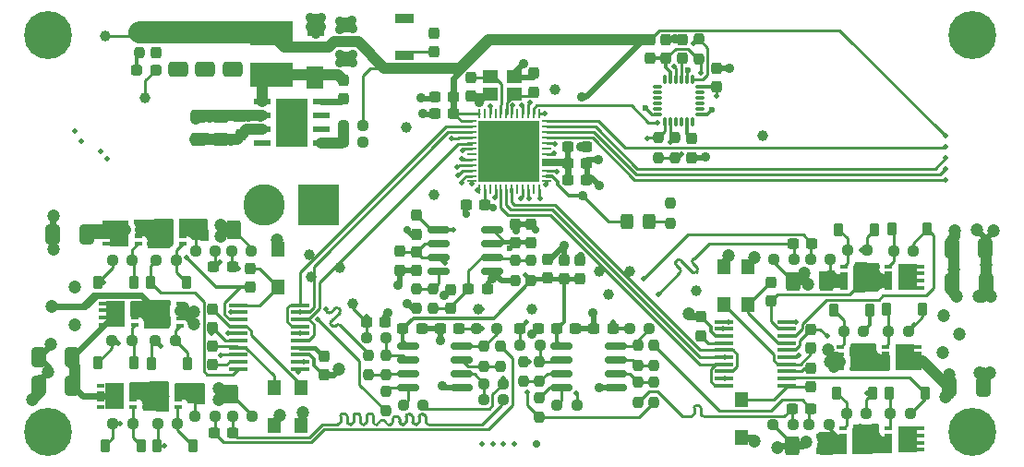
<source format=gbr>
%TF.GenerationSoftware,KiCad,Pcbnew,8.0.2*%
%TF.CreationDate,2024-05-19T23:36:11+08:00*%
%TF.ProjectId,bldcDriver,626c6463-4472-4697-9665-722e6b696361,rev?*%
%TF.SameCoordinates,Original*%
%TF.FileFunction,Copper,L4,Bot*%
%TF.FilePolarity,Positive*%
%FSLAX46Y46*%
G04 Gerber Fmt 4.6, Leading zero omitted, Abs format (unit mm)*
G04 Created by KiCad (PCBNEW 8.0.2) date 2024-05-19 23:36:11*
%MOMM*%
%LPD*%
G01*
G04 APERTURE LIST*
G04 Aperture macros list*
%AMRoundRect*
0 Rectangle with rounded corners*
0 $1 Rounding radius*
0 $2 $3 $4 $5 $6 $7 $8 $9 X,Y pos of 4 corners*
0 Add a 4 corners polygon primitive as box body*
4,1,4,$2,$3,$4,$5,$6,$7,$8,$9,$2,$3,0*
0 Add four circle primitives for the rounded corners*
1,1,$1+$1,$2,$3*
1,1,$1+$1,$4,$5*
1,1,$1+$1,$6,$7*
1,1,$1+$1,$8,$9*
0 Add four rect primitives between the rounded corners*
20,1,$1+$1,$2,$3,$4,$5,0*
20,1,$1+$1,$4,$5,$6,$7,0*
20,1,$1+$1,$6,$7,$8,$9,0*
20,1,$1+$1,$8,$9,$2,$3,0*%
G04 Aperture macros list end*
%TA.AperFunction,SMDPad,CuDef*%
%ADD10C,1.000000*%
%TD*%
%TA.AperFunction,SMDPad,CuDef*%
%ADD11RoundRect,0.237500X-0.237500X0.250000X-0.237500X-0.250000X0.237500X-0.250000X0.237500X0.250000X0*%
%TD*%
%TA.AperFunction,SMDPad,CuDef*%
%ADD12RoundRect,0.250000X0.325000X0.450000X-0.325000X0.450000X-0.325000X-0.450000X0.325000X-0.450000X0*%
%TD*%
%TA.AperFunction,SMDPad,CuDef*%
%ADD13RoundRect,0.250000X-0.625000X0.400000X-0.625000X-0.400000X0.625000X-0.400000X0.625000X0.400000X0*%
%TD*%
%TA.AperFunction,ComponentPad*%
%ADD14R,3.800000X3.800000*%
%TD*%
%TA.AperFunction,ComponentPad*%
%ADD15C,3.800000*%
%TD*%
%TA.AperFunction,SMDPad,CuDef*%
%ADD16R,1.550000X0.600000*%
%TD*%
%TA.AperFunction,ComponentPad*%
%ADD17C,0.600000*%
%TD*%
%TA.AperFunction,SMDPad,CuDef*%
%ADD18R,2.600000X3.100000*%
%TD*%
%TA.AperFunction,SMDPad,CuDef*%
%ADD19R,2.950000X4.500000*%
%TD*%
%TA.AperFunction,SMDPad,CuDef*%
%ADD20RoundRect,0.237500X-0.250000X-0.237500X0.250000X-0.237500X0.250000X0.237500X-0.250000X0.237500X0*%
%TD*%
%TA.AperFunction,SMDPad,CuDef*%
%ADD21RoundRect,0.237500X0.250000X0.237500X-0.250000X0.237500X-0.250000X-0.237500X0.250000X-0.237500X0*%
%TD*%
%TA.AperFunction,SMDPad,CuDef*%
%ADD22R,3.900000X2.200000*%
%TD*%
%TA.AperFunction,SMDPad,CuDef*%
%ADD23RoundRect,0.237500X0.287500X0.237500X-0.287500X0.237500X-0.287500X-0.237500X0.287500X-0.237500X0*%
%TD*%
%TA.AperFunction,SMDPad,CuDef*%
%ADD24R,1.620000X2.046000*%
%TD*%
%TA.AperFunction,SMDPad,CuDef*%
%ADD25RoundRect,0.237500X0.237500X-0.300000X0.237500X0.300000X-0.237500X0.300000X-0.237500X-0.300000X0*%
%TD*%
%TA.AperFunction,SMDPad,CuDef*%
%ADD26RoundRect,0.250000X0.650000X-0.412500X0.650000X0.412500X-0.650000X0.412500X-0.650000X-0.412500X0*%
%TD*%
%TA.AperFunction,SMDPad,CuDef*%
%ADD27RoundRect,0.250000X0.475000X-0.337500X0.475000X0.337500X-0.475000X0.337500X-0.475000X-0.337500X0*%
%TD*%
%TA.AperFunction,SMDPad,CuDef*%
%ADD28R,1.700000X0.900000*%
%TD*%
%TA.AperFunction,SMDPad,CuDef*%
%ADD29RoundRect,0.237500X0.300000X0.237500X-0.300000X0.237500X-0.300000X-0.237500X0.300000X-0.237500X0*%
%TD*%
%TA.AperFunction,SMDPad,CuDef*%
%ADD30RoundRect,0.237500X-0.300000X-0.237500X0.300000X-0.237500X0.300000X0.237500X-0.300000X0.237500X0*%
%TD*%
%TA.AperFunction,ComponentPad*%
%ADD31C,4.400000*%
%TD*%
%TA.AperFunction,SMDPad,CuDef*%
%ADD32RoundRect,0.237500X0.237500X-0.250000X0.237500X0.250000X-0.237500X0.250000X-0.237500X-0.250000X0*%
%TD*%
%TA.AperFunction,SMDPad,CuDef*%
%ADD33R,1.200000X1.400000*%
%TD*%
%TA.AperFunction,SMDPad,CuDef*%
%ADD34R,0.700000X0.400000*%
%TD*%
%TA.AperFunction,SMDPad,CuDef*%
%ADD35R,1.800000X2.480000*%
%TD*%
%TA.AperFunction,SMDPad,CuDef*%
%ADD36RoundRect,0.237500X-0.237500X0.300000X-0.237500X-0.300000X0.237500X-0.300000X0.237500X0.300000X0*%
%TD*%
%TA.AperFunction,SMDPad,CuDef*%
%ADD37RoundRect,0.225000X-0.225000X-0.375000X0.225000X-0.375000X0.225000X0.375000X-0.225000X0.375000X0*%
%TD*%
%TA.AperFunction,SMDPad,CuDef*%
%ADD38RoundRect,0.225000X0.225000X0.375000X-0.225000X0.375000X-0.225000X-0.375000X0.225000X-0.375000X0*%
%TD*%
%TA.AperFunction,SMDPad,CuDef*%
%ADD39RoundRect,0.150000X0.825000X0.150000X-0.825000X0.150000X-0.825000X-0.150000X0.825000X-0.150000X0*%
%TD*%
%TA.AperFunction,SMDPad,CuDef*%
%ADD40RoundRect,0.250000X0.412500X0.650000X-0.412500X0.650000X-0.412500X-0.650000X0.412500X-0.650000X0*%
%TD*%
%TA.AperFunction,SMDPad,CuDef*%
%ADD41RoundRect,0.250000X-0.412500X-0.650000X0.412500X-0.650000X0.412500X0.650000X-0.412500X0.650000X0*%
%TD*%
%TA.AperFunction,SMDPad,CuDef*%
%ADD42RoundRect,0.250000X-0.400000X-0.625000X0.400000X-0.625000X0.400000X0.625000X-0.400000X0.625000X0*%
%TD*%
%TA.AperFunction,SMDPad,CuDef*%
%ADD43RoundRect,0.075000X-0.350000X-0.075000X0.350000X-0.075000X0.350000X0.075000X-0.350000X0.075000X0*%
%TD*%
%TA.AperFunction,SMDPad,CuDef*%
%ADD44RoundRect,0.075000X-0.075000X0.350000X-0.075000X-0.350000X0.075000X-0.350000X0.075000X0.350000X0*%
%TD*%
%TA.AperFunction,SMDPad,CuDef*%
%ADD45RoundRect,0.062500X-0.062500X0.375000X-0.062500X-0.375000X0.062500X-0.375000X0.062500X0.375000X0*%
%TD*%
%TA.AperFunction,SMDPad,CuDef*%
%ADD46RoundRect,0.062500X-0.375000X0.062500X-0.375000X-0.062500X0.375000X-0.062500X0.375000X0.062500X0*%
%TD*%
%TA.AperFunction,HeatsinkPad*%
%ADD47R,5.600000X5.600000*%
%TD*%
%TA.AperFunction,SMDPad,CuDef*%
%ADD48RoundRect,0.250000X0.400000X0.625000X-0.400000X0.625000X-0.400000X-0.625000X0.400000X-0.625000X0*%
%TD*%
%TA.AperFunction,SMDPad,CuDef*%
%ADD49O,1.742000X0.364000*%
%TD*%
%TA.AperFunction,SMDPad,CuDef*%
%ADD50R,1.400000X1.200000*%
%TD*%
%TA.AperFunction,ViaPad*%
%ADD51C,0.500000*%
%TD*%
%TA.AperFunction,ViaPad*%
%ADD52C,0.900000*%
%TD*%
%TA.AperFunction,ViaPad*%
%ADD53C,0.600000*%
%TD*%
%TA.AperFunction,ViaPad*%
%ADD54C,0.700000*%
%TD*%
%TA.AperFunction,ViaPad*%
%ADD55C,1.200000*%
%TD*%
%TA.AperFunction,Conductor*%
%ADD56C,0.250000*%
%TD*%
%TA.AperFunction,Conductor*%
%ADD57C,0.500000*%
%TD*%
%TA.AperFunction,Conductor*%
%ADD58C,0.400000*%
%TD*%
%TA.AperFunction,Conductor*%
%ADD59C,0.300000*%
%TD*%
%TA.AperFunction,Conductor*%
%ADD60C,1.000000*%
%TD*%
%TA.AperFunction,Conductor*%
%ADD61C,0.600000*%
%TD*%
%TA.AperFunction,Conductor*%
%ADD62C,2.000000*%
%TD*%
%TA.AperFunction,Conductor*%
%ADD63C,0.700000*%
%TD*%
%TA.AperFunction,Conductor*%
%ADD64C,0.350000*%
%TD*%
G04 APERTURE END LIST*
D10*
%TO.P,TP22,1,1*%
%TO.N,GNDD*%
X100450000Y-42450000D03*
%TD*%
%TO.P,TP21,1,1*%
%TO.N,GNDPWR*%
X43850000Y-39000000D03*
%TD*%
%TO.P,TP20,1,1*%
%TO.N,+3V3*%
X40200000Y-33350000D03*
%TD*%
%TO.P,TP19,1,1*%
%TO.N,/ADC1_IN11*%
X79250000Y-58400000D03*
%TD*%
%TO.P,TP18,1,1*%
%TO.N,/ADC2_IN12*%
X86300000Y-57000000D03*
%TD*%
%TO.P,TP17,1,1*%
%TO.N,/ADC1_IN5*%
X74400000Y-58350000D03*
%TD*%
%TO.P,TP8,1,1*%
%TO.N,/ADC2_IN15*%
X62850000Y-57850000D03*
%TD*%
D11*
%TO.P,R53,1*%
%TO.N,/LED*%
X91950000Y-48687500D03*
%TO.P,R53,2*%
%TO.N,Net-(D12-K)*%
X91950000Y-50512500D03*
%TD*%
D12*
%TO.P,D12,1,K*%
%TO.N,Net-(D12-K)*%
X90075000Y-50350000D03*
%TO.P,D12,2,A*%
%TO.N,+3V3*%
X88025000Y-50350000D03*
%TD*%
D10*
%TO.P,TP16,1,1*%
%TO.N,/TIM8_CH1*%
X61650000Y-54600000D03*
%TD*%
%TO.P,TP15,1,1*%
%TO.N,/TIM8_CH2*%
X59050000Y-55450000D03*
%TD*%
%TO.P,TP14,1,1*%
%TO.N,/TIM8_CH3*%
X58900000Y-53400000D03*
%TD*%
%TO.P,TP13,1,1*%
%TO.N,/TIM1_CH1*%
X88300000Y-54900000D03*
%TD*%
%TO.P,TP12,1,1*%
%TO.N,/TIM1_CH2*%
X94350000Y-56700000D03*
%TD*%
%TO.P,TP11,1,1*%
%TO.N,/TIM1_CH3*%
X85500000Y-54900000D03*
%TD*%
%TO.P,TP10,1,1*%
%TO.N,Net-(U5-PA1)*%
X81400000Y-38250000D03*
%TD*%
%TO.P,TP9,1,1*%
%TO.N,Net-(U5-PC14)*%
X67750000Y-41700000D03*
%TD*%
%TO.P,TP7,1,1*%
%TO.N,Net-(U5-PA11)*%
X70350000Y-47900000D03*
%TD*%
D13*
%TO.P,FB2,1*%
%TO.N,GNDPWR*%
X62241000Y-32304000D03*
%TO.P,FB2,2*%
%TO.N,GNDD*%
X62241000Y-35404000D03*
%TD*%
D14*
%TO.P,J1,1,Pin_1*%
%TO.N,GNDPWR*%
X59700000Y-48850000D03*
D15*
%TO.P,J1,2,Pin_2*%
%TO.N,+BATT*%
X54700000Y-48850000D03*
%TD*%
D16*
%TO.P,U3,1,BOOT*%
%TO.N,Net-(U3-BOOT)*%
X59991000Y-39354000D03*
%TO.P,U3,2,NC*%
%TO.N,unconnected-(U3-NC-Pad2)*%
X59991000Y-40624000D03*
%TO.P,U3,3,NC*%
%TO.N,unconnected-(U3-NC-Pad3)*%
X59991000Y-41894000D03*
%TO.P,U3,4,VSENSE*%
%TO.N,Net-(U3-VSENSE)*%
X59991000Y-43164000D03*
%TO.P,U3,5,EN*%
%TO.N,unconnected-(U3-EN-Pad5)*%
X54591000Y-43164000D03*
%TO.P,U3,6,GND*%
%TO.N,GNDPWR*%
X54591000Y-41894000D03*
%TO.P,U3,7,VIN*%
%TO.N,+BATT*%
X54591000Y-40624000D03*
%TO.P,U3,8,PH*%
%TO.N,Net-(D1-K)*%
X54591000Y-39354000D03*
D17*
%TO.P,U3,9,GNDPAD*%
%TO.N,GNDPWR*%
X57891000Y-39459000D03*
X57891000Y-40659000D03*
X57891000Y-41959000D03*
X57891000Y-43059000D03*
D18*
X57291000Y-41259000D03*
D19*
X57291000Y-41259000D03*
D17*
X56691000Y-39459000D03*
X56691000Y-40659000D03*
X56691000Y-41959000D03*
X56691000Y-43059000D03*
%TD*%
D11*
%TO.P,R3,1*%
%TO.N,+3V3*%
X43281000Y-33016500D03*
%TO.P,R3,2*%
%TO.N,Net-(D8-A)*%
X43281000Y-34841500D03*
%TD*%
D20*
%TO.P,R2,1*%
%TO.N,Net-(U3-VSENSE)*%
X61978500Y-43054000D03*
%TO.P,R2,2*%
%TO.N,GNDPWR*%
X63803500Y-43054000D03*
%TD*%
D21*
%TO.P,R1,2*%
%TO.N,Net-(U3-VSENSE)*%
X61978500Y-41504000D03*
%TO.P,R1,1*%
%TO.N,+3V3*%
X63803500Y-41504000D03*
%TD*%
D22*
%TO.P,L1,1,1*%
%TO.N,Net-(D1-K)*%
X55441000Y-36904000D03*
%TO.P,L1,2,2*%
%TO.N,+3V3*%
X55441000Y-33104000D03*
%TD*%
D23*
%TO.P,D8,1,K*%
%TO.N,GNDPWR*%
X44791000Y-36454000D03*
%TO.P,D8,2,A*%
%TO.N,Net-(D8-A)*%
X43041000Y-36454000D03*
%TD*%
D24*
%TO.P,D1,1,K*%
%TO.N,Net-(D1-K)*%
X59432000Y-37108000D03*
%TO.P,D1,2,A*%
%TO.N,GNDPWR*%
X59450000Y-32300000D03*
%TD*%
D25*
%TO.P,C50,2*%
%TO.N,+3V3*%
X44841000Y-33091500D03*
%TO.P,C50,1*%
%TO.N,GNDPWR*%
X44841000Y-34816500D03*
%TD*%
D26*
%TO.P,C7,1*%
%TO.N,GNDPWR*%
X46881000Y-36346500D03*
%TO.P,C7,2*%
%TO.N,+3V3*%
X46881000Y-33221500D03*
%TD*%
%TO.P,C6,1*%
%TO.N,GNDPWR*%
X49341000Y-36366500D03*
%TO.P,C6,2*%
%TO.N,+3V3*%
X49341000Y-33241500D03*
%TD*%
%TO.P,C5,1*%
%TO.N,GNDPWR*%
X51851000Y-36386500D03*
%TO.P,C5,2*%
%TO.N,+3V3*%
X51851000Y-33261500D03*
%TD*%
D25*
%TO.P,C4,1*%
%TO.N,Net-(U3-BOOT)*%
X61991000Y-39116500D03*
%TO.P,C4,2*%
%TO.N,Net-(D1-K)*%
X61991000Y-37391500D03*
%TD*%
%TO.P,C3,1*%
%TO.N,GNDPWR*%
X52641000Y-42416500D03*
%TO.P,C3,2*%
%TO.N,+BATT*%
X52641000Y-40691500D03*
%TD*%
D27*
%TO.P,C2,1*%
%TO.N,GNDPWR*%
X48691000Y-42791500D03*
%TO.P,C2,2*%
%TO.N,+BATT*%
X48691000Y-40716500D03*
%TD*%
%TO.P,C1,1*%
%TO.N,GNDPWR*%
X50791000Y-42791500D03*
%TO.P,C1,2*%
%TO.N,+BATT*%
X50791000Y-40716500D03*
%TD*%
D28*
%TO.P,SW1,1,1*%
%TO.N,/RESET*%
X67600000Y-35100000D03*
%TO.P,SW1,2,2*%
%TO.N,GNDD*%
X67600000Y-31700000D03*
%TD*%
D29*
%TO.P,FB4,1*%
%TO.N,+3V3*%
X84312500Y-43500000D03*
%TO.P,FB4,2*%
%TO.N,VDDA*%
X82587500Y-43500000D03*
%TD*%
D25*
%TO.P,C21,1*%
%TO.N,/RESET*%
X70300000Y-34762500D03*
%TO.P,C21,2*%
%TO.N,GNDD*%
X70300000Y-33037500D03*
%TD*%
D29*
%TO.P,C20,1*%
%TO.N,+3V3*%
X72112500Y-38950000D03*
%TO.P,C20,2*%
%TO.N,GNDD*%
X70387500Y-38950000D03*
%TD*%
%TO.P,C19,1*%
%TO.N,+3V3*%
X72125000Y-40450000D03*
%TO.P,C19,2*%
%TO.N,GNDD*%
X70400000Y-40450000D03*
%TD*%
%TO.P,C18,1*%
%TO.N,+3V3*%
X74962500Y-48850000D03*
%TO.P,C18,2*%
%TO.N,GNDD*%
X73237500Y-48850000D03*
%TD*%
D30*
%TO.P,C17,1*%
%TO.N,VDDA*%
X82575000Y-45000000D03*
%TO.P,C17,2*%
%TO.N,GNDD*%
X84300000Y-45000000D03*
%TD*%
%TO.P,C8,1*%
%TO.N,VDDA*%
X82587500Y-46500000D03*
%TO.P,C8,2*%
%TO.N,GNDD*%
X84312500Y-46500000D03*
%TD*%
D31*
%TO.P,,1*%
%TO.N,N/C*%
X34960000Y-33240000D03*
%TD*%
%TO.P,,1*%
%TO.N,N/C*%
X119660000Y-33240000D03*
%TD*%
%TO.P,,1*%
%TO.N,N/C*%
X119660000Y-69640000D03*
%TD*%
%TO.P,,1*%
%TO.N,N/C*%
X34960000Y-69640000D03*
%TD*%
D32*
%TO.P,R20,1*%
%TO.N,Net-(U6A--)*%
X90500000Y-63525000D03*
%TO.P,R20,2*%
%TO.N,/2CS1+*%
X90500000Y-61700000D03*
%TD*%
D21*
%TO.P,R23,1*%
%TO.N,GNDPWR*%
X53642500Y-68190000D03*
%TO.P,R23,2*%
%TO.N,/1CS1-*%
X51817500Y-68190000D03*
%TD*%
D33*
%TO.P,D2,1,K*%
%TO.N,Net-(D2-K)*%
X98500000Y-66665000D03*
%TO.P,D2,2,A*%
%TO.N,+BATT*%
X98500000Y-70135000D03*
%TD*%
D20*
%TO.P,R8,1*%
%TO.N,/inverter/1HO3*%
X40890000Y-68900000D03*
%TO.P,R8,2*%
%TO.N,Net-(D5-A)*%
X42715000Y-68900000D03*
%TD*%
D34*
%TO.P,Q11,1,S*%
%TO.N,/inverter/2VS3*%
X111982500Y-56404476D03*
%TO.P,Q11,2,S*%
X111982500Y-55754476D03*
%TO.P,Q11,3,S*%
X111982500Y-55104476D03*
%TO.P,Q11,4,G*%
%TO.N,Net-(D20-A)*%
X111982500Y-54454476D03*
%TO.P,Q11,5,D*%
%TO.N,+BATT*%
X114952500Y-54454476D03*
%TO.P,Q11,6,D*%
X114952500Y-55104476D03*
%TO.P,Q11,7,D*%
X114952500Y-55754476D03*
%TO.P,Q11,8,D*%
X114952500Y-56404476D03*
D35*
X113752500Y-55429476D03*
%TD*%
D21*
%TO.P,R17,1*%
%TO.N,/inverter/2HO3*%
X114265000Y-53071476D03*
%TO.P,R17,2*%
%TO.N,Net-(D20-A)*%
X112440000Y-53071476D03*
%TD*%
D29*
%TO.P,C38,1*%
%TO.N,GNDD*%
X75187500Y-56530000D03*
%TO.P,C38,2*%
%TO.N,/INA1+*%
X73462500Y-56530000D03*
%TD*%
%TO.P,C41,1*%
%TO.N,GNDD*%
X79900000Y-60200000D03*
%TO.P,C41,2*%
%TO.N,/ADC1_IN11*%
X78175000Y-60200000D03*
%TD*%
D34*
%TO.P,Q9,1,S*%
%TO.N,/inverter/2VS2*%
X111730000Y-63775000D03*
%TO.P,Q9,2,S*%
X111730000Y-63125000D03*
%TO.P,Q9,3,S*%
X111730000Y-62475000D03*
%TO.P,Q9,4,G*%
%TO.N,Net-(D18-A)*%
X111730000Y-61825000D03*
%TO.P,Q9,5,D*%
%TO.N,+BATT*%
X114700000Y-61825000D03*
%TO.P,Q9,6,D*%
X114700000Y-62475000D03*
%TO.P,Q9,7,D*%
X114700000Y-63125000D03*
%TO.P,Q9,8,D*%
X114700000Y-63775000D03*
D35*
X113500000Y-62800000D03*
%TD*%
D36*
%TO.P,C29,1*%
%TO.N,Net-(D7-K)*%
X53500000Y-54637500D03*
%TO.P,C29,2*%
%TO.N,/inverter/1VS1*%
X53500000Y-56362500D03*
%TD*%
D34*
%TO.P,Q8,1,S*%
%TO.N,Net-(Q8-S-Pad1)*%
X107832500Y-71296476D03*
%TO.P,Q8,2,S*%
X107832500Y-70646476D03*
%TO.P,Q8,3,S*%
X107832500Y-69996476D03*
%TO.P,Q8,4,G*%
%TO.N,Net-(D17-A)*%
X107832500Y-69346476D03*
%TO.P,Q8,5,D*%
%TO.N,/inverter/2VS1*%
X110802500Y-69346476D03*
%TO.P,Q8,6,D*%
X110802500Y-69996476D03*
%TO.P,Q8,7,D*%
X110802500Y-70646476D03*
%TO.P,Q8,8,D*%
X110802500Y-71296476D03*
D35*
X109602500Y-70321476D03*
%TD*%
D20*
%TO.P,R4,1*%
%TO.N,/inverter/1HO2*%
X40807500Y-61300000D03*
%TO.P,R4,2*%
%TO.N,Net-(D9-A)*%
X42632500Y-61300000D03*
%TD*%
D34*
%TO.P,Q13,1,S*%
%TO.N,/inverter/1VS3*%
X42753500Y-65400000D03*
%TO.P,Q13,2,S*%
X42753500Y-66050000D03*
%TO.P,Q13,3,S*%
X42753500Y-66700000D03*
%TO.P,Q13,4,G*%
%TO.N,Net-(D5-A)*%
X42753500Y-67350000D03*
%TO.P,Q13,5,D*%
%TO.N,+BATT*%
X39783500Y-67350000D03*
%TO.P,Q13,6,D*%
X39783500Y-66700000D03*
%TO.P,Q13,7,D*%
X39783500Y-66050000D03*
%TO.P,Q13,8,D*%
X39783500Y-65400000D03*
D35*
X40983500Y-66375000D03*
%TD*%
D20*
%TO.P,R19,1*%
%TO.N,/inverter/1LO1*%
X44867500Y-53910000D03*
%TO.P,R19,2*%
%TO.N,Net-(D24-A)*%
X46692500Y-53910000D03*
%TD*%
D37*
%TO.P,D22,1,K*%
%TO.N,/inverter/1LO2*%
X44372500Y-63350000D03*
%TO.P,D22,2,A*%
%TO.N,Net-(D22-A)*%
X47672500Y-63350000D03*
%TD*%
D25*
%TO.P,C68,2*%
%TO.N,GNDD*%
X79450000Y-36737500D03*
%TO.P,C68,1*%
%TO.N,/YO*%
X79450000Y-38462500D03*
%TD*%
D29*
%TO.P,C35,1*%
%TO.N,/1CS2-*%
X51822500Y-54510000D03*
%TO.P,C35,2*%
%TO.N,/1CS2+*%
X50097500Y-54510000D03*
%TD*%
D38*
%TO.P,D19,1,K*%
%TO.N,/inverter/2LO2*%
X110250000Y-58471476D03*
%TO.P,D19,2,A*%
%TO.N,Net-(D19-A)*%
X106950000Y-58471476D03*
%TD*%
D36*
%TO.P,C30,1*%
%TO.N,Net-(D10-K)*%
X50000000Y-58375000D03*
%TO.P,C30,2*%
%TO.N,/inverter/1VS2*%
X50000000Y-60100000D03*
%TD*%
%TO.P,C48,1*%
%TO.N,GNDD*%
X77725000Y-50572500D03*
%TO.P,C48,2*%
%TO.N,/VREF_OP1*%
X77725000Y-52297500D03*
%TD*%
D11*
%TO.P,R30,1*%
%TO.N,Net-(U6A-+)*%
X89000000Y-65075000D03*
%TO.P,R30,2*%
%TO.N,/2CS1-*%
X89000000Y-66900000D03*
%TD*%
D21*
%TO.P,R37,1*%
%TO.N,Net-(R36-Pad2)*%
X76050000Y-60200000D03*
%TO.P,R37,2*%
%TO.N,/ADC1_IN5*%
X74225000Y-60200000D03*
%TD*%
D34*
%TO.P,Q14,1,S*%
%TO.N,GNDPWR*%
X47020000Y-57915000D03*
%TO.P,Q14,2,S*%
X47020000Y-58565000D03*
%TO.P,Q14,3,S*%
X47020000Y-59215000D03*
%TO.P,Q14,4,G*%
%TO.N,Net-(D22-A)*%
X47020000Y-59865000D03*
%TO.P,Q14,5,D*%
%TO.N,/inverter/1VS2*%
X44050000Y-59865000D03*
%TO.P,Q14,6,D*%
X44050000Y-59215000D03*
%TO.P,Q14,7,D*%
X44050000Y-58565000D03*
%TO.P,Q14,8,D*%
X44050000Y-57915000D03*
D35*
X45250000Y-58890000D03*
%TD*%
D29*
%TO.P,C42,1*%
%TO.N,GNDD*%
X65862500Y-59600000D03*
%TO.P,C42,2*%
%TO.N,/ADC2_IN15*%
X64137500Y-59600000D03*
%TD*%
D39*
%TO.P,U6,1*%
%TO.N,Net-(R34-Pad2)*%
X86975000Y-61760000D03*
%TO.P,U6,2,-*%
%TO.N,Net-(U6A--)*%
X86975000Y-63030000D03*
%TO.P,U6,3,+*%
%TO.N,Net-(U6A-+)*%
X86975000Y-64300000D03*
%TO.P,U6,4,V-*%
%TO.N,GNDD*%
X86975000Y-65570000D03*
%TO.P,U6,5,+*%
%TO.N,Net-(U6B-+)*%
X82025000Y-65570000D03*
%TO.P,U6,6,-*%
%TO.N,Net-(U6B--)*%
X82025000Y-64300000D03*
%TO.P,U6,7*%
%TO.N,Net-(R48-Pad2)*%
X82025000Y-63030000D03*
%TO.P,U6,8,V+*%
%TO.N,/OP_VCC*%
X82025000Y-61760000D03*
%TD*%
D11*
%TO.P,R45,1*%
%TO.N,Net-(U6B-+)*%
X80000000Y-66487500D03*
%TO.P,R45,2*%
%TO.N,/VREF_OP2*%
X80000000Y-68312500D03*
%TD*%
D40*
%TO.P,C33,1*%
%TO.N,GNDPWR*%
X120662500Y-65500000D03*
%TO.P,C33,2*%
%TO.N,+BATT*%
X117537500Y-65500000D03*
%TD*%
D34*
%TO.P,Q15,1,S*%
%TO.N,/inverter/1VS1*%
X43190000Y-50425714D03*
%TO.P,Q15,2,S*%
X43190000Y-51075714D03*
%TO.P,Q15,3,S*%
X43190000Y-51725714D03*
%TO.P,Q15,4,G*%
%TO.N,Net-(D23-A)*%
X43190000Y-52375714D03*
%TO.P,Q15,5,D*%
%TO.N,+BATT*%
X40220000Y-52375714D03*
%TO.P,Q15,6,D*%
X40220000Y-51725714D03*
%TO.P,Q15,7,D*%
X40220000Y-51075714D03*
%TO.P,Q15,8,D*%
X40220000Y-50425714D03*
D35*
X41420000Y-51400714D03*
%TD*%
D34*
%TO.P,Q1,1,S*%
%TO.N,Net-(Q1-S-Pad1)*%
X46902500Y-65400000D03*
%TO.P,Q1,2,S*%
X46902500Y-66050000D03*
%TO.P,Q1,3,S*%
X46902500Y-66700000D03*
%TO.P,Q1,4,G*%
%TO.N,Net-(D6-A)*%
X46902500Y-67350000D03*
%TO.P,Q1,5,D*%
%TO.N,/inverter/1VS3*%
X43932500Y-67350000D03*
%TO.P,Q1,6,D*%
X43932500Y-66700000D03*
%TO.P,Q1,7,D*%
X43932500Y-66050000D03*
%TO.P,Q1,8,D*%
X43932500Y-65400000D03*
D35*
X45132500Y-66375000D03*
%TD*%
D30*
%TO.P,C27,1*%
%TO.N,GNDD*%
X70875000Y-60200000D03*
%TO.P,C27,2*%
%TO.N,/ADC1_IN5*%
X72600000Y-60200000D03*
%TD*%
D39*
%TO.P,U7,1*%
%TO.N,Net-(R36-Pad2)*%
X72887500Y-61800000D03*
%TO.P,U7,2,-*%
%TO.N,Net-(U7A--)*%
X72887500Y-63070000D03*
%TO.P,U7,3,+*%
%TO.N,Net-(U7A-+)*%
X72887500Y-64340000D03*
%TO.P,U7,4,V-*%
%TO.N,GNDD*%
X72887500Y-65610000D03*
%TO.P,U7,5,+*%
%TO.N,Net-(U7B-+)*%
X67937500Y-65610000D03*
%TO.P,U7,6,-*%
%TO.N,Net-(U7B--)*%
X67937500Y-64340000D03*
%TO.P,U7,7*%
%TO.N,Net-(R51-Pad2)*%
X67937500Y-63070000D03*
%TO.P,U7,8,V+*%
%TO.N,/OP_VCC*%
X67937500Y-61800000D03*
%TD*%
D41*
%TO.P,C51,1*%
%TO.N,GNDPWR*%
X34037500Y-65400000D03*
%TO.P,C51,2*%
%TO.N,+BATT*%
X37162500Y-65400000D03*
%TD*%
D32*
%TO.P,R21,1*%
%TO.N,Net-(U7A--)*%
X76400000Y-63612500D03*
%TO.P,R21,2*%
%TO.N,/1CS1+*%
X76400000Y-61787500D03*
%TD*%
D20*
%TO.P,R22,1*%
%TO.N,Net-(Q1-S-Pad1)*%
X48417500Y-68190000D03*
%TO.P,R22,2*%
%TO.N,/1CS1+*%
X50242500Y-68190000D03*
%TD*%
D25*
%TO.P,C23,1*%
%TO.N,Net-(U4-REGOUT)*%
X93100000Y-35362500D03*
%TO.P,C23,2*%
%TO.N,GNDD*%
X93100000Y-33637500D03*
%TD*%
D42*
%TO.P,R11,1*%
%TO.N,GNDPWR*%
X103171500Y-70900000D03*
%TO.P,R11,2*%
%TO.N,Net-(Q8-S-Pad1)*%
X106271500Y-70900000D03*
%TD*%
D20*
%TO.P,R44,1*%
%TO.N,Net-(U6B-+)*%
X81587500Y-67200000D03*
%TO.P,R44,2*%
%TO.N,/2CS2-*%
X83412500Y-67200000D03*
%TD*%
D36*
%TO.P,C10,1*%
%TO.N,GNDD*%
X80725000Y-53817500D03*
%TO.P,C10,2*%
%TO.N,/OP_VCC*%
X80725000Y-55542500D03*
%TD*%
D21*
%TO.P,R50,1*%
%TO.N,Net-(R48-Pad2)*%
X80012500Y-61700000D03*
%TO.P,R50,2*%
%TO.N,/ADC1_IN11*%
X78187500Y-61700000D03*
%TD*%
D20*
%TO.P,R29,1*%
%TO.N,GNDPWR*%
X101480000Y-53851476D03*
%TO.P,R29,2*%
%TO.N,/2CS2-*%
X103305000Y-53851476D03*
%TD*%
D32*
%TO.P,R41,1*%
%TO.N,GNDD*%
X68725000Y-58330000D03*
%TO.P,R41,2*%
%TO.N,/INA2+*%
X68725000Y-56505000D03*
%TD*%
D40*
%TO.P,C12,1*%
%TO.N,GNDPWR*%
X120900000Y-52800000D03*
%TO.P,C12,2*%
%TO.N,+BATT*%
X117775000Y-52800000D03*
%TD*%
D20*
%TO.P,R24,1*%
%TO.N,Net-(Q16-S-Pad1)*%
X48447500Y-53010000D03*
%TO.P,R24,2*%
%TO.N,/1CS2+*%
X50272500Y-53010000D03*
%TD*%
D40*
%TO.P,C14,1*%
%TO.N,GNDPWR*%
X120962500Y-56000000D03*
%TO.P,C14,2*%
%TO.N,+BATT*%
X117837500Y-56000000D03*
%TD*%
D20*
%TO.P,R7,1*%
%TO.N,/inverter/1LO3*%
X44977500Y-68900000D03*
%TO.P,R7,2*%
%TO.N,Net-(D6-A)*%
X46802500Y-68900000D03*
%TD*%
%TO.P,R5,1*%
%TO.N,/inverter/1LO2*%
X44767500Y-61290000D03*
%TO.P,R5,2*%
%TO.N,Net-(D22-A)*%
X46592500Y-61290000D03*
%TD*%
D25*
%TO.P,C16,1*%
%TO.N,Net-(D2-K)*%
X104892500Y-65532976D03*
%TO.P,C16,2*%
%TO.N,/inverter/2VS1*%
X104892500Y-63807976D03*
%TD*%
D34*
%TO.P,Q7,1,S*%
%TO.N,/inverter/2VS1*%
X111961500Y-71281476D03*
%TO.P,Q7,2,S*%
X111961500Y-70631476D03*
%TO.P,Q7,3,S*%
X111961500Y-69981476D03*
%TO.P,Q7,4,G*%
%TO.N,Net-(D16-A)*%
X111961500Y-69331476D03*
%TO.P,Q7,5,D*%
%TO.N,+BATT*%
X114931500Y-69331476D03*
%TO.P,Q7,6,D*%
X114931500Y-69981476D03*
%TO.P,Q7,7,D*%
X114931500Y-70631476D03*
%TO.P,Q7,8,D*%
X114931500Y-71281476D03*
D35*
X113731500Y-70306476D03*
%TD*%
D41*
%TO.P,C34,1*%
%TO.N,GNDPWR*%
X34037500Y-62800000D03*
%TO.P,C34,2*%
%TO.N,+BATT*%
X37162500Y-62800000D03*
%TD*%
D34*
%TO.P,Q12,1,S*%
%TO.N,Net-(Q12-S-Pad1)*%
X107892500Y-56431476D03*
%TO.P,Q12,2,S*%
X107892500Y-55781476D03*
%TO.P,Q12,3,S*%
X107892500Y-55131476D03*
%TO.P,Q12,4,G*%
%TO.N,Net-(D21-A)*%
X107892500Y-54481476D03*
%TO.P,Q12,5,D*%
%TO.N,/inverter/2VS3*%
X110862500Y-54481476D03*
%TO.P,Q12,6,D*%
X110862500Y-55131476D03*
%TO.P,Q12,7,D*%
X110862500Y-55781476D03*
%TO.P,Q12,8,D*%
X110862500Y-56431476D03*
D35*
X109662500Y-55456476D03*
%TD*%
D39*
%TO.P,U8,1*%
%TO.N,/VREF_OP1*%
X75675000Y-51090000D03*
%TO.P,U8,2,-*%
X75675000Y-52360000D03*
%TO.P,U8,3,+*%
%TO.N,/INA1+*%
X75675000Y-53630000D03*
%TO.P,U8,4,V-*%
%TO.N,GNDD*%
X75675000Y-54900000D03*
%TO.P,U8,5,+*%
%TO.N,/INA2+*%
X70725000Y-54900000D03*
%TO.P,U8,6,-*%
%TO.N,/VREF_OP2*%
X70725000Y-53630000D03*
%TO.P,U8,7*%
X70725000Y-52360000D03*
%TO.P,U8,8,V+*%
%TO.N,/OP_VCC*%
X70725000Y-51090000D03*
%TD*%
D11*
%TO.P,R38,1*%
%TO.N,/INA1+*%
X79225000Y-53935000D03*
%TO.P,R38,2*%
%TO.N,/OP_VCC*%
X79225000Y-55760000D03*
%TD*%
D21*
%TO.P,R18,1*%
%TO.N,/inverter/2LO3*%
X110052500Y-52991476D03*
%TO.P,R18,2*%
%TO.N,Net-(D21-A)*%
X108227500Y-52991476D03*
%TD*%
D36*
%TO.P,C26,1*%
%TO.N,Net-(D4-K)*%
X101200000Y-55937500D03*
%TO.P,C26,2*%
%TO.N,/inverter/2VS3*%
X101200000Y-57662500D03*
%TD*%
D43*
%TO.P,U4,1,CLKIN*%
%TO.N,GNDD*%
X90800000Y-40500000D03*
%TO.P,U4,2,NC*%
%TO.N,unconnected-(U4-NC-Pad2)*%
X90800000Y-40000000D03*
%TO.P,U4,3,NC*%
%TO.N,unconnected-(U4-NC-Pad3)*%
X90800000Y-39500000D03*
%TO.P,U4,4,NC*%
%TO.N,unconnected-(U4-NC-Pad4)*%
X90800000Y-39000000D03*
%TO.P,U4,5,NC*%
%TO.N,unconnected-(U4-NC-Pad5)*%
X90800000Y-38500000D03*
%TO.P,U4,6,AUX_DA*%
%TO.N,unconnected-(U4-AUX_DA-Pad6)*%
X90800000Y-38000000D03*
D44*
%TO.P,U4,7,AUX_CL*%
%TO.N,unconnected-(U4-AUX_CL-Pad7)*%
X91500000Y-37300000D03*
%TO.P,U4,8,VLOGIC*%
%TO.N,Net-(U4-VDD)*%
X92000000Y-37300000D03*
%TO.P,U4,9,AD0*%
%TO.N,GNDD*%
X92500000Y-37300000D03*
%TO.P,U4,10,REGOUT*%
%TO.N,Net-(U4-REGOUT)*%
X93000000Y-37300000D03*
%TO.P,U4,11,FSYNC*%
%TO.N,GNDD*%
X93500000Y-37300000D03*
%TO.P,U4,12,INT*%
%TO.N,/MPU_INT*%
X94000000Y-37300000D03*
D43*
%TO.P,U4,13,VDD*%
%TO.N,Net-(U4-VDD)*%
X94700000Y-38000000D03*
%TO.P,U4,14,NC*%
%TO.N,unconnected-(U4-NC-Pad14)*%
X94700000Y-38500000D03*
%TO.P,U4,15,NC*%
%TO.N,unconnected-(U4-NC-Pad15)*%
X94700000Y-39000000D03*
%TO.P,U4,16,NC*%
%TO.N,unconnected-(U4-NC-Pad16)*%
X94700000Y-39500000D03*
%TO.P,U4,17,NC*%
%TO.N,unconnected-(U4-NC-Pad17)*%
X94700000Y-40000000D03*
%TO.P,U4,18,GND*%
%TO.N,GNDD*%
X94700000Y-40500000D03*
D44*
%TO.P,U4,19,RESV*%
%TO.N,unconnected-(U4-RESV-Pad19)*%
X94000000Y-41200000D03*
%TO.P,U4,20,CPOUT*%
%TO.N,Net-(U4-CPOUT)*%
X93500000Y-41200000D03*
%TO.P,U4,21,RESV*%
%TO.N,unconnected-(U4-RESV-Pad21)*%
X93000000Y-41200000D03*
%TO.P,U4,22,RESV*%
%TO.N,unconnected-(U4-RESV-Pad22)*%
X92500000Y-41200000D03*
%TO.P,U4,23,SCL*%
%TO.N,/I2C1_SCL*%
X92000000Y-41200000D03*
%TO.P,U4,24,SDA*%
%TO.N,/I2C1_SDA*%
X91500000Y-41200000D03*
%TD*%
D29*
%TO.P,C46,1*%
%TO.N,GNDD*%
X69200000Y-60200000D03*
%TO.P,C46,2*%
%TO.N,/OP_VCC*%
X67475000Y-60200000D03*
%TD*%
D21*
%TO.P,R26,1*%
%TO.N,Net-(Q8-S-Pad1)*%
X106512500Y-69000000D03*
%TO.P,R26,2*%
%TO.N,/2CS1+*%
X104687500Y-69000000D03*
%TD*%
D32*
%TO.P,R48,1*%
%TO.N,Net-(U6B--)*%
X80000000Y-65012500D03*
%TO.P,R48,2*%
%TO.N,Net-(R48-Pad2)*%
X80000000Y-63187500D03*
%TD*%
D29*
%TO.P,C45,1*%
%TO.N,GNDD*%
X83300000Y-60200000D03*
%TO.P,C45,2*%
%TO.N,/OP_VCC*%
X81575000Y-60200000D03*
%TD*%
D11*
%TO.P,R31,1*%
%TO.N,Net-(U6A-+)*%
X90500000Y-65075000D03*
%TO.P,R31,2*%
%TO.N,/VREF_OP2*%
X90500000Y-66900000D03*
%TD*%
D21*
%TO.P,R14,1*%
%TO.N,/inverter/2LO1*%
X109974000Y-67971476D03*
%TO.P,R14,2*%
%TO.N,Net-(D17-A)*%
X108149000Y-67971476D03*
%TD*%
D41*
%TO.P,C49,1*%
%TO.N,GNDPWR*%
X35337500Y-51500000D03*
%TO.P,C49,2*%
%TO.N,+BATT*%
X38462500Y-51500000D03*
%TD*%
D25*
%TO.P,C47,1*%
%TO.N,GNDD*%
X68700000Y-54857500D03*
%TO.P,C47,2*%
%TO.N,/VREF_OP2*%
X68700000Y-53132500D03*
%TD*%
D33*
%TO.P,D7,1,K*%
%TO.N,Net-(D7-K)*%
X56000000Y-56335000D03*
%TO.P,D7,2,A*%
%TO.N,+BATT*%
X56000000Y-52865000D03*
%TD*%
D32*
%TO.P,R39,1*%
%TO.N,GNDD*%
X77725000Y-55747500D03*
%TO.P,R39,2*%
%TO.N,/INA1+*%
X77725000Y-53922500D03*
%TD*%
D36*
%TO.P,C44,1*%
%TO.N,GNDD*%
X79225000Y-50572500D03*
%TO.P,C44,2*%
%TO.N,/VREF_OP1*%
X79225000Y-52297500D03*
%TD*%
D45*
%TO.P,U5,1,VBAT*%
%TO.N,+3V3*%
X74450000Y-40462500D03*
%TO.P,U5,2,PC13*%
%TO.N,unconnected-(U5-PC13-Pad2)*%
X74950000Y-40462500D03*
%TO.P,U5,3,PC14*%
%TO.N,Net-(U5-PC14)*%
X75450000Y-40462500D03*
%TO.P,U5,4,PC15*%
%TO.N,unconnected-(U5-PC15-Pad4)*%
X75950000Y-40462500D03*
%TO.P,U5,5,PF0*%
%TO.N,/YI*%
X76450000Y-40462500D03*
%TO.P,U5,6,PF1*%
%TO.N,/YO*%
X76950000Y-40462500D03*
%TO.P,U5,7,PG10*%
%TO.N,/RESET*%
X77450000Y-40462500D03*
%TO.P,U5,8,PA0*%
%TO.N,unconnected-(U5-PA0-Pad8)*%
X77950000Y-40462500D03*
%TO.P,U5,9,PA1*%
%TO.N,Net-(U5-PA1)*%
X78450000Y-40462500D03*
%TO.P,U5,10,PA2*%
%TO.N,/USART2_TX*%
X78950000Y-40462500D03*
%TO.P,U5,11,PA3*%
%TO.N,/USART2_RX*%
X79450000Y-40462500D03*
%TO.P,U5,12,PA4*%
%TO.N,/MPU_INT*%
X79950000Y-40462500D03*
D46*
%TO.P,U5,13,PA5*%
%TO.N,/SPI1_SCK*%
X80637500Y-41150000D03*
%TO.P,U5,14,PA6*%
%TO.N,/SPI1_MISO*%
X80637500Y-41650000D03*
%TO.P,U5,15,PA7*%
%TO.N,/SPI1_MOSI*%
X80637500Y-42150000D03*
%TO.P,U5,16,PC4*%
%TO.N,/NSS2*%
X80637500Y-42650000D03*
%TO.P,U5,17,PB0*%
%TO.N,/LED*%
X80637500Y-43150000D03*
%TO.P,U5,18,PB1*%
%TO.N,unconnected-(U5-PB1-Pad18)*%
X80637500Y-43650000D03*
%TO.P,U5,19,PB2*%
%TO.N,/ADC2_IN12*%
X80637500Y-44150000D03*
%TO.P,U5,20,VREF+*%
%TO.N,VDDA*%
X80637500Y-44650000D03*
%TO.P,U5,21,VDDA*%
X80637500Y-45150000D03*
%TO.P,U5,22,PB10*%
%TO.N,/USART3_TX*%
X80637500Y-45650000D03*
%TO.P,U5,23,VDD*%
%TO.N,+3V3*%
X80637500Y-46150000D03*
%TO.P,U5,24,PB11*%
%TO.N,/USART3_RX*%
X80637500Y-46650000D03*
D45*
%TO.P,U5,25,PB12*%
%TO.N,/ADC1_IN11*%
X79950000Y-47337500D03*
%TO.P,U5,26,PB13*%
%TO.N,unconnected-(U5-PB13-Pad26)*%
X79450000Y-47337500D03*
%TO.P,U5,27,PB14*%
%TO.N,/ADC1_IN5*%
X78950000Y-47337500D03*
%TO.P,U5,28,PB15*%
%TO.N,/ADC2_IN15*%
X78450000Y-47337500D03*
%TO.P,U5,29,PC6*%
%TO.N,unconnected-(U5-PC6-Pad29)*%
X77950000Y-47337500D03*
%TO.P,U5,30,PA8*%
%TO.N,/TIM1_CH1*%
X77450000Y-47337500D03*
%TO.P,U5,31,PA9*%
%TO.N,/TIM1_CH2*%
X76950000Y-47337500D03*
%TO.P,U5,32,PA10*%
%TO.N,/TIM1_CH3*%
X76450000Y-47337500D03*
%TO.P,U5,33,PA11*%
%TO.N,Net-(U5-PA11)*%
X75950000Y-47337500D03*
%TO.P,U5,34,PA12*%
%TO.N,unconnected-(U5-PA12-Pad34)*%
X75450000Y-47337500D03*
%TO.P,U5,35,VDD*%
%TO.N,+3V3*%
X74950000Y-47337500D03*
%TO.P,U5,36,PA13*%
%TO.N,/SWDIO*%
X74450000Y-47337500D03*
D46*
%TO.P,U5,37,PA14*%
%TO.N,/SWCLK*%
X73762500Y-46650000D03*
%TO.P,U5,38,PA15*%
%TO.N,/I2C1_SCL*%
X73762500Y-46150000D03*
%TO.P,U5,39,PC10*%
%TO.N,/SPI3_SCK*%
X73762500Y-45650000D03*
%TO.P,U5,40,PC11*%
%TO.N,/SPI3_MISO*%
X73762500Y-45150000D03*
%TO.P,U5,41,PB3*%
%TO.N,/NSS1*%
X73762500Y-44650000D03*
%TO.P,U5,42,PB4*%
%TO.N,unconnected-(U5-PB4-Pad42)*%
X73762500Y-44150000D03*
%TO.P,U5,43,PB5*%
%TO.N,/SPI3_MOSI*%
X73762500Y-43650000D03*
%TO.P,U5,44,PB6*%
%TO.N,/TIM8_CH1*%
X73762500Y-43150000D03*
%TO.P,U5,45,PB7*%
%TO.N,/I2C1_SDA*%
X73762500Y-42650000D03*
%TO.P,U5,46,PB8*%
%TO.N,/TIM8_CH2*%
X73762500Y-42150000D03*
%TO.P,U5,47,PB9*%
%TO.N,/TIM8_CH3*%
X73762500Y-41650000D03*
%TO.P,U5,48,VDD*%
%TO.N,+3V3*%
X73762500Y-41150000D03*
D47*
%TO.P,U5,49,VSS*%
%TO.N,GNDD*%
X77200000Y-43900000D03*
%TD*%
D33*
%TO.P,D3,1,K*%
%TO.N,Net-(D3-K)*%
X96900000Y-57935000D03*
%TO.P,D3,2,A*%
%TO.N,+BATT*%
X96900000Y-54465000D03*
%TD*%
D48*
%TO.P,R9,1*%
%TO.N,GNDPWR*%
X51680000Y-66180000D03*
%TO.P,R9,2*%
%TO.N,Net-(Q1-S-Pad1)*%
X48580000Y-66180000D03*
%TD*%
D38*
%TO.P,D20,1,K*%
%TO.N,/inverter/2HO3*%
X115570000Y-51051476D03*
%TO.P,D20,2,A*%
%TO.N,Net-(D20-A)*%
X112270000Y-51051476D03*
%TD*%
D32*
%TO.P,R51,1*%
%TO.N,Net-(U7B--)*%
X65900000Y-64412500D03*
%TO.P,R51,2*%
%TO.N,Net-(R51-Pad2)*%
X65900000Y-62587500D03*
%TD*%
D34*
%TO.P,Q16,1,S*%
%TO.N,Net-(Q16-S-Pad1)*%
X47299000Y-50435000D03*
%TO.P,Q16,2,S*%
X47299000Y-51085000D03*
%TO.P,Q16,3,S*%
X47299000Y-51735000D03*
%TO.P,Q16,4,G*%
%TO.N,Net-(D24-A)*%
X47299000Y-52385000D03*
%TO.P,Q16,5,D*%
%TO.N,/inverter/1VS1*%
X44329000Y-52385000D03*
%TO.P,Q16,6,D*%
X44329000Y-51735000D03*
%TO.P,Q16,7,D*%
X44329000Y-51085000D03*
%TO.P,Q16,8,D*%
X44329000Y-50435000D03*
D35*
X45529000Y-51410000D03*
%TD*%
D36*
%TO.P,C24,1*%
%TO.N,Net-(U4-CPOUT)*%
X93900000Y-42737500D03*
%TO.P,C24,2*%
%TO.N,GNDD*%
X93900000Y-44462500D03*
%TD*%
D25*
%TO.P,C22,1*%
%TO.N,Net-(U4-VDD)*%
X91600000Y-35362500D03*
%TO.P,C22,2*%
%TO.N,GNDD*%
X91600000Y-33637500D03*
%TD*%
D20*
%TO.P,R32,1*%
%TO.N,Net-(U7A-+)*%
X74875000Y-66700000D03*
%TO.P,R32,2*%
%TO.N,/1CS1-*%
X76700000Y-66700000D03*
%TD*%
%TO.P,R33,1*%
%TO.N,Net-(U7A-+)*%
X74875000Y-65200000D03*
%TO.P,R33,2*%
%TO.N,/VREF_OP1*%
X76700000Y-65200000D03*
%TD*%
D36*
%TO.P,C67,1*%
%TO.N,/YI*%
X73700000Y-37127500D03*
%TO.P,C67,2*%
%TO.N,GNDD*%
X73700000Y-38852500D03*
%TD*%
D38*
%TO.P,D17,1,K*%
%TO.N,/inverter/2LO1*%
X110559000Y-66071476D03*
%TO.P,D17,2,A*%
%TO.N,Net-(D17-A)*%
X107259000Y-66071476D03*
%TD*%
D49*
%TO.P,U1,1,HIN1*%
%TO.N,/TIM1_CH3*%
X96929000Y-65396500D03*
%TO.P,U1,2,HIN2*%
%TO.N,/TIM1_CH2*%
X96929000Y-64746500D03*
%TO.P,U1,3,HIN3*%
%TO.N,/TIM1_CH1*%
X96929000Y-64096500D03*
%TO.P,U1,4,LIN1#*%
%TO.N,/TIM1_CH3*%
X96929000Y-63446500D03*
%TO.P,U1,5,LIN2#*%
%TO.N,/TIM1_CH2*%
X96929000Y-62796500D03*
%TO.P,U1,6,LIN3#*%
%TO.N,/TIM1_CH1*%
X96929000Y-62146500D03*
%TO.P,U1,7,VCC*%
%TO.N,Net-(U1-VCC)*%
X96929000Y-61496500D03*
%TO.P,U1,8,GND*%
%TO.N,GNDPWR*%
X96929000Y-60846500D03*
%TO.P,U1,9,LO3*%
%TO.N,/inverter/2LO3*%
X96929000Y-60196500D03*
%TO.P,U1,10,LO2*%
%TO.N,/inverter/2LO2*%
X96929000Y-59546500D03*
%TO.P,U1,11,LO1*%
%TO.N,/inverter/2LO1*%
X102671000Y-59546500D03*
%TO.P,U1,12,VS3*%
%TO.N,/inverter/2VS3*%
X102671000Y-60196500D03*
%TO.P,U1,13,HO3*%
%TO.N,/inverter/2HO3*%
X102671000Y-60846500D03*
%TO.P,U1,14,VB3*%
%TO.N,Net-(D4-K)*%
X102671000Y-61496500D03*
%TO.P,U1,15,VS2*%
%TO.N,/inverter/2VS2*%
X102671000Y-62146500D03*
%TO.P,U1,16,HO2*%
%TO.N,/inverter/2HO2*%
X102671000Y-62796500D03*
%TO.P,U1,17,VB2*%
%TO.N,Net-(D3-K)*%
X102671000Y-63446500D03*
%TO.P,U1,18,VS1*%
%TO.N,/inverter/2VS1*%
X102671000Y-64096500D03*
%TO.P,U1,19,HO1*%
%TO.N,/inverter/2HO1*%
X102671000Y-64746500D03*
%TO.P,U1,20,VB1*%
%TO.N,Net-(D2-K)*%
X102671000Y-65396500D03*
%TD*%
D30*
%TO.P,C11,1*%
%TO.N,GNDD*%
X84975000Y-60200000D03*
%TO.P,C11,2*%
%TO.N,/ADC2_IN12*%
X86700000Y-60200000D03*
%TD*%
D33*
%TO.P,D10,1,K*%
%TO.N,Net-(D10-K)*%
X58100000Y-65565000D03*
%TO.P,D10,2,A*%
%TO.N,+BATT*%
X58100000Y-69035000D03*
%TD*%
D20*
%TO.P,R6,1*%
%TO.N,/inverter/1HO1*%
X40837500Y-53890000D03*
%TO.P,R6,2*%
%TO.N,Net-(D23-A)*%
X42662500Y-53890000D03*
%TD*%
%TO.P,R47,1*%
%TO.N,Net-(U7B-+)*%
X67487500Y-67200000D03*
%TO.P,R47,2*%
%TO.N,/VREF_OP1*%
X69312500Y-67200000D03*
%TD*%
D48*
%TO.P,R10,1*%
%TO.N,GNDPWR*%
X51920000Y-51140000D03*
%TO.P,R10,2*%
%TO.N,Net-(Q16-S-Pad1)*%
X48820000Y-51140000D03*
%TD*%
D36*
%TO.P,C9,1*%
%TO.N,GNDD*%
X82225000Y-53872500D03*
%TO.P,C9,2*%
%TO.N,/OP_VCC*%
X82225000Y-55597500D03*
%TD*%
D25*
%TO.P,C15,1*%
%TO.N,Net-(U1-VCC)*%
X94800000Y-60800000D03*
%TO.P,C15,2*%
%TO.N,GNDPWR*%
X94800000Y-59075000D03*
%TD*%
D38*
%TO.P,D16,1,K*%
%TO.N,/inverter/2HO1*%
X115361500Y-66071476D03*
%TO.P,D16,2,A*%
%TO.N,Net-(D16-A)*%
X112061500Y-66071476D03*
%TD*%
D50*
%TO.P,Y1,4,4*%
%TO.N,GNDD*%
X75500000Y-38650000D03*
%TO.P,Y1,3,3*%
%TO.N,/YO*%
X77700000Y-38650000D03*
%TO.P,Y1,2,2*%
%TO.N,GNDD*%
X77700000Y-37050000D03*
%TO.P,Y1,1,1*%
%TO.N,/YI*%
X75500000Y-37050000D03*
%TD*%
D11*
%TO.P,R46,1*%
%TO.N,Net-(U7B-+)*%
X65900000Y-65887500D03*
%TO.P,R46,2*%
%TO.N,/1CS2-*%
X65900000Y-67712500D03*
%TD*%
D33*
%TO.P,D4,1,K*%
%TO.N,Net-(D4-K)*%
X99100000Y-57935000D03*
%TO.P,D4,2,A*%
%TO.N,+BATT*%
X99100000Y-54465000D03*
%TD*%
D30*
%TO.P,C36,1*%
%TO.N,/2CS1-*%
X103137500Y-67500000D03*
%TO.P,C36,2*%
%TO.N,/2CS1+*%
X104862500Y-67500000D03*
%TD*%
D37*
%TO.P,D9,1,K*%
%TO.N,/inverter/1HO2*%
X39460000Y-63320000D03*
%TO.P,D9,2,A*%
%TO.N,Net-(D9-A)*%
X42760000Y-63320000D03*
%TD*%
D42*
%TO.P,R12,1*%
%TO.N,GNDPWR*%
X103212500Y-55821476D03*
%TO.P,R12,2*%
%TO.N,Net-(Q12-S-Pad1)*%
X106312500Y-55821476D03*
%TD*%
D49*
%TO.P,U2,1,HIN1*%
%TO.N,/TIM8_CH3*%
X58071000Y-58003500D03*
%TO.P,U2,2,HIN2*%
%TO.N,/TIM8_CH2*%
X58071000Y-58653500D03*
%TO.P,U2,3,HIN3*%
%TO.N,/TIM8_CH1*%
X58071000Y-59303500D03*
%TO.P,U2,4,LIN1#*%
%TO.N,/TIM8_CH3*%
X58071000Y-59953500D03*
%TO.P,U2,5,LIN2#*%
%TO.N,/TIM8_CH2*%
X58071000Y-60603500D03*
%TO.P,U2,6,LIN3#*%
%TO.N,/TIM8_CH1*%
X58071000Y-61253500D03*
%TO.P,U2,7,VCC*%
%TO.N,Net-(U2-VCC)*%
X58071000Y-61903500D03*
%TO.P,U2,8,GND*%
%TO.N,GNDPWR*%
X58071000Y-62553500D03*
%TO.P,U2,9,LO3*%
%TO.N,/inverter/1LO3*%
X58071000Y-63203500D03*
%TO.P,U2,10,LO2*%
%TO.N,/inverter/1LO2*%
X58071000Y-63853500D03*
%TO.P,U2,11,LO1*%
%TO.N,/inverter/1LO1*%
X52329000Y-63853500D03*
%TO.P,U2,12,VS3*%
%TO.N,/inverter/1VS3*%
X52329000Y-63203500D03*
%TO.P,U2,13,HO3*%
%TO.N,/inverter/1HO3*%
X52329000Y-62553500D03*
%TO.P,U2,14,VB3*%
%TO.N,Net-(D11-K)*%
X52329000Y-61903500D03*
%TO.P,U2,15,VS2*%
%TO.N,/inverter/1VS2*%
X52329000Y-61253500D03*
%TO.P,U2,16,HO2*%
%TO.N,/inverter/1HO2*%
X52329000Y-60603500D03*
%TO.P,U2,17,VB2*%
%TO.N,Net-(D10-K)*%
X52329000Y-59953500D03*
%TO.P,U2,18,VS1*%
%TO.N,/inverter/1VS1*%
X52329000Y-59303500D03*
%TO.P,U2,19,HO1*%
%TO.N,/inverter/1HO1*%
X52329000Y-58653500D03*
%TO.P,U2,20,VB1*%
%TO.N,Net-(D7-K)*%
X52329000Y-58003500D03*
%TD*%
D32*
%TO.P,R49,1*%
%TO.N,Net-(U4-VDD)*%
X94590000Y-35412500D03*
%TO.P,R49,2*%
%TO.N,/MPU_INT*%
X94590000Y-33587500D03*
%TD*%
D25*
%TO.P,C13,1*%
%TO.N,Net-(U4-VDD)*%
X96200000Y-38012500D03*
%TO.P,C13,2*%
%TO.N,GNDD*%
X96200000Y-36287500D03*
%TD*%
D36*
%TO.P,C39,1*%
%TO.N,GNDD*%
X71825000Y-56567500D03*
%TO.P,C39,2*%
%TO.N,/INA1+*%
X71825000Y-58292500D03*
%TD*%
D32*
%TO.P,R42,1*%
%TO.N,Net-(U6B--)*%
X78500000Y-65012500D03*
%TO.P,R42,2*%
%TO.N,/2CS2+*%
X78500000Y-63187500D03*
%TD*%
D36*
%TO.P,C32,1*%
%TO.N,Net-(U2-VCC)*%
X60200000Y-62675000D03*
%TO.P,C32,2*%
%TO.N,GNDPWR*%
X60200000Y-64400000D03*
%TD*%
D32*
%TO.P,R34,1*%
%TO.N,Net-(U6A--)*%
X89000000Y-63512500D03*
%TO.P,R34,2*%
%TO.N,Net-(R34-Pad2)*%
X89000000Y-61687500D03*
%TD*%
D33*
%TO.P,D11,1,K*%
%TO.N,Net-(D11-K)*%
X55700000Y-65565000D03*
%TO.P,D11,2,A*%
%TO.N,+BATT*%
X55700000Y-69035000D03*
%TD*%
D38*
%TO.P,D18,1,K*%
%TO.N,/inverter/2HO2*%
X115117500Y-58400000D03*
%TO.P,D18,2,A*%
%TO.N,Net-(D18-A)*%
X111817500Y-58400000D03*
%TD*%
D37*
%TO.P,D23,1,K*%
%TO.N,/inverter/1HO1*%
X39502500Y-55940000D03*
%TO.P,D23,2,A*%
%TO.N,Net-(D23-A)*%
X42802500Y-55940000D03*
%TD*%
D25*
%TO.P,C43,1*%
%TO.N,GNDD*%
X67225000Y-54792500D03*
%TO.P,C43,2*%
%TO.N,/VREF_OP2*%
X67225000Y-53067500D03*
%TD*%
D21*
%TO.P,R16,1*%
%TO.N,/inverter/2LO2*%
X109692500Y-60411476D03*
%TO.P,R16,2*%
%TO.N,Net-(D19-A)*%
X107867500Y-60411476D03*
%TD*%
D37*
%TO.P,D24,1,K*%
%TO.N,/inverter/1LO1*%
X44350000Y-55950000D03*
%TO.P,D24,2,A*%
%TO.N,Net-(D24-A)*%
X47650000Y-55950000D03*
%TD*%
D21*
%TO.P,R52,1*%
%TO.N,Net-(R51-Pad2)*%
X65950000Y-61000000D03*
%TO.P,R52,2*%
%TO.N,/ADC2_IN15*%
X64125000Y-61000000D03*
%TD*%
D34*
%TO.P,Q10,1,S*%
%TO.N,GNDPWR*%
X107600000Y-63841476D03*
%TO.P,Q10,2,S*%
X107600000Y-63191476D03*
%TO.P,Q10,3,S*%
X107600000Y-62541476D03*
%TO.P,Q10,4,G*%
%TO.N,Net-(D19-A)*%
X107600000Y-61891476D03*
%TO.P,Q10,5,D*%
%TO.N,/inverter/2VS2*%
X110570000Y-61891476D03*
%TO.P,Q10,6,D*%
X110570000Y-62541476D03*
%TO.P,Q10,7,D*%
X110570000Y-63191476D03*
%TO.P,Q10,8,D*%
X110570000Y-63841476D03*
D35*
X109370000Y-62866476D03*
%TD*%
D21*
%TO.P,R25,1*%
%TO.N,GNDPWR*%
X53592500Y-53010000D03*
%TO.P,R25,2*%
%TO.N,/1CS2-*%
X51767500Y-53010000D03*
%TD*%
D32*
%TO.P,R73,1*%
%TO.N,Net-(U4-VDD)*%
X92400000Y-44500000D03*
%TO.P,R73,2*%
%TO.N,/I2C1_SCL*%
X92400000Y-42675000D03*
%TD*%
D38*
%TO.P,D21,1,K*%
%TO.N,/inverter/2LO3*%
X110740000Y-51081476D03*
%TO.P,D21,2,A*%
%TO.N,Net-(D21-A)*%
X107440000Y-51081476D03*
%TD*%
D20*
%TO.P,R27,1*%
%TO.N,GNDPWR*%
X101387500Y-69000000D03*
%TO.P,R27,2*%
%TO.N,/2CS1-*%
X103212500Y-69000000D03*
%TD*%
D29*
%TO.P,C28,1*%
%TO.N,/1CS1-*%
X51882500Y-69720000D03*
%TO.P,C28,2*%
%TO.N,/1CS1+*%
X50157500Y-69720000D03*
%TD*%
D37*
%TO.P,D5,1,K*%
%TO.N,/inverter/1HO3*%
X40152500Y-70900000D03*
%TO.P,D5,2,A*%
%TO.N,Net-(D5-A)*%
X43452500Y-70900000D03*
%TD*%
D25*
%TO.P,C25,1*%
%TO.N,Net-(D3-K)*%
X104900000Y-61962500D03*
%TO.P,C25,2*%
%TO.N,/inverter/2VS2*%
X104900000Y-60237500D03*
%TD*%
D21*
%TO.P,R35,1*%
%TO.N,Net-(R34-Pad2)*%
X90050000Y-60200000D03*
%TO.P,R35,2*%
%TO.N,/ADC2_IN12*%
X88225000Y-60200000D03*
%TD*%
D30*
%TO.P,C37,1*%
%TO.N,/2CS2-*%
X103230000Y-52341476D03*
%TO.P,C37,2*%
%TO.N,/2CS2+*%
X104955000Y-52341476D03*
%TD*%
D32*
%TO.P,R43,1*%
%TO.N,Net-(U7B--)*%
X64300000Y-64412500D03*
%TO.P,R43,2*%
%TO.N,/1CS2+*%
X64300000Y-62587500D03*
%TD*%
D11*
%TO.P,R40,1*%
%TO.N,/INA2+*%
X70225000Y-56505000D03*
%TO.P,R40,2*%
%TO.N,/INA1+*%
X70225000Y-58330000D03*
%TD*%
D21*
%TO.P,R28,1*%
%TO.N,Net-(Q12-S-Pad1)*%
X106675000Y-53851476D03*
%TO.P,R28,2*%
%TO.N,/2CS2+*%
X104850000Y-53851476D03*
%TD*%
%TO.P,R15,1*%
%TO.N,/inverter/2HO2*%
X113792500Y-60400000D03*
%TO.P,R15,2*%
%TO.N,Net-(D18-A)*%
X111967500Y-60400000D03*
%TD*%
D25*
%TO.P,C40,1*%
%TO.N,GNDD*%
X68700000Y-51492500D03*
%TO.P,C40,2*%
%TO.N,/OP_VCC*%
X68700000Y-49767500D03*
%TD*%
D32*
%TO.P,R72,1*%
%TO.N,Net-(U4-VDD)*%
X90900000Y-44500000D03*
%TO.P,R72,2*%
%TO.N,/I2C1_SDA*%
X90900000Y-42675000D03*
%TD*%
%TO.P,R36,1*%
%TO.N,Net-(U7A--)*%
X74900000Y-63612500D03*
%TO.P,R36,2*%
%TO.N,Net-(R36-Pad2)*%
X74900000Y-61787500D03*
%TD*%
D34*
%TO.P,Q2,1,S*%
%TO.N,/inverter/1VS2*%
X42870000Y-57855000D03*
%TO.P,Q2,2,S*%
X42870000Y-58505000D03*
%TO.P,Q2,3,S*%
X42870000Y-59155000D03*
%TO.P,Q2,4,G*%
%TO.N,Net-(D9-A)*%
X42870000Y-59805000D03*
%TO.P,Q2,5,D*%
%TO.N,+BATT*%
X39900000Y-59805000D03*
%TO.P,Q2,6,D*%
X39900000Y-59155000D03*
%TO.P,Q2,7,D*%
X39900000Y-58505000D03*
%TO.P,Q2,8,D*%
X39900000Y-57855000D03*
D35*
X41100000Y-58830000D03*
%TD*%
D37*
%TO.P,D6,1,K*%
%TO.N,/inverter/1LO3*%
X44952500Y-70900000D03*
%TO.P,D6,2,A*%
%TO.N,Net-(D6-A)*%
X48252500Y-70900000D03*
%TD*%
D36*
%TO.P,FB1,1*%
%TO.N,+3V3*%
X90100000Y-33637500D03*
%TO.P,FB1,2*%
%TO.N,Net-(U4-VDD)*%
X90100000Y-35362500D03*
%TD*%
D21*
%TO.P,R13,1*%
%TO.N,/inverter/2HO1*%
X114004000Y-67971476D03*
%TO.P,R13,2*%
%TO.N,Net-(D16-A)*%
X112179000Y-67971476D03*
%TD*%
D36*
%TO.P,C31,1*%
%TO.N,Net-(D11-K)*%
X50000000Y-61775000D03*
%TO.P,C31,2*%
%TO.N,/inverter/1VS3*%
X50000000Y-63500000D03*
%TD*%
D25*
%TO.P,FB3,1*%
%TO.N,/OP_VCC*%
X83700000Y-55597500D03*
%TO.P,FB3,2*%
%TO.N,+3V3*%
X83700000Y-53872500D03*
%TD*%
D51*
%TO.N,GNDD*%
X100450000Y-42450000D03*
%TO.N,/ADC1_IN11*%
X79250000Y-58400000D03*
%TO.N,/ADC2_IN12*%
X86300000Y-57000000D03*
%TO.N,/ADC1_IN5*%
X74700000Y-58350000D03*
%TO.N,/LED*%
X91950000Y-48687500D03*
%TO.N,/TIM1_CH2*%
X94350000Y-56700000D03*
%TO.N,Net-(U5-PA11)*%
X70350000Y-47900000D03*
%TO.N,Net-(U5-PC14)*%
X67750000Y-41700000D03*
%TO.N,Net-(U5-PA1)*%
X81400000Y-38250000D03*
%TO.N,Net-(U5-PC14)*%
X75450000Y-39750000D03*
%TO.N,Net-(U5-PA11)*%
X75875000Y-48150000D03*
%TO.N,/LED*%
X81376513Y-43225000D03*
D52*
%TO.N,+BATT*%
X48450000Y-40700000D03*
X49700000Y-40750000D03*
X50900000Y-40750000D03*
X52100000Y-40650000D03*
X53300000Y-40650000D03*
X54400000Y-40650000D03*
%TO.N,GNDD*%
X69150000Y-39000000D03*
%TO.N,GNDPWR*%
X61700000Y-32700000D03*
X62850000Y-32650000D03*
X62750000Y-31900000D03*
X61700000Y-32000000D03*
X59450000Y-33150000D03*
X59950000Y-32500000D03*
X59000000Y-32500000D03*
X58950000Y-31600000D03*
X59950000Y-31650000D03*
X63700000Y-43050000D03*
X52700000Y-42400000D03*
X51650000Y-42850000D03*
X50550000Y-42800000D03*
X49450000Y-42750000D03*
X48350000Y-42800000D03*
%TO.N,GNDD*%
X61700000Y-35750000D03*
X62900000Y-35750000D03*
X62850000Y-35000000D03*
X61650000Y-35000000D03*
%TO.N,GNDPWR*%
X44800000Y-34850000D03*
X44850000Y-36450000D03*
X46400000Y-36450000D03*
X47300000Y-36450000D03*
X48900000Y-36450000D03*
X49850000Y-36450000D03*
X51400000Y-36450000D03*
X52250000Y-36400000D03*
%TO.N,+3V3*%
X83909732Y-47950000D03*
D51*
%TO.N,GNDD*%
X70300000Y-33350000D03*
X70300000Y-32850000D03*
X67600000Y-31700000D03*
%TO.N,/RESET*%
X70300000Y-34762500D03*
X77549999Y-39700419D03*
D52*
%TO.N,+3V3*%
X83775000Y-43470435D03*
D53*
X43281000Y-33016500D03*
D51*
%TO.N,/SPI3_MOSI*%
X39719087Y-43930913D03*
%TO.N,/NSS1*%
X40350000Y-44550000D03*
%TO.N,/SPI3_MISO*%
X37975000Y-43000000D03*
%TO.N,/SPI3_SCK*%
X37400000Y-42000000D03*
%TO.N,+3V3*%
X117250000Y-42500000D03*
%TO.N,/SPI1_SCK*%
X117250000Y-43500000D03*
%TO.N,/SPI1_MISO*%
X117250000Y-44500000D03*
%TO.N,/SPI1_MOSI*%
X117250000Y-45500000D03*
%TO.N,/NSS2*%
X117250000Y-46500000D03*
D54*
%TO.N,+3V3*%
X79700000Y-70750000D03*
D51*
%TO.N,/USART3_TX*%
X77700000Y-70750000D03*
%TO.N,/USART3_RX*%
X76700000Y-70750000D03*
%TO.N,/SWDIO*%
X75700000Y-70750000D03*
%TO.N,/SWCLK*%
X74700000Y-70750000D03*
D55*
%TO.N,GNDPWR*%
X104400000Y-70600000D03*
X120258274Y-57203498D03*
X48275000Y-58600000D03*
X120100000Y-51100000D03*
X101800000Y-71100000D03*
X35400000Y-52900000D03*
X121635841Y-51200000D03*
X93700000Y-58800000D03*
X50800000Y-51700000D03*
X50600000Y-65700000D03*
X50600000Y-66700000D03*
X50800000Y-50700000D03*
X120937500Y-54300000D03*
X34900000Y-64100000D03*
X104294863Y-55083967D03*
X33500000Y-66700000D03*
X106604074Y-63195926D03*
X120351847Y-64221760D03*
X35200000Y-61600000D03*
X35400000Y-49800000D03*
X104600000Y-56125000D03*
X121299999Y-64203502D03*
X121400000Y-57203498D03*
X48275000Y-59750000D03*
X106450093Y-62103727D03*
X61600000Y-63900000D03*
D52*
%TO.N,GNDD*%
X71100000Y-65400000D03*
D54*
X73300000Y-49625000D03*
D52*
X74495573Y-39375000D03*
X78500000Y-35900000D03*
X69300000Y-40400000D03*
D53*
X89700000Y-39900000D03*
D52*
X85400000Y-44700000D03*
X92400000Y-33600000D03*
D54*
X79625000Y-51066423D03*
D52*
X79330100Y-60684629D03*
X67900000Y-57900000D03*
X75500000Y-45400000D03*
X85500000Y-47075000D03*
X75675000Y-55600000D03*
X82286019Y-52550000D03*
X85500000Y-65600000D03*
X77000000Y-44000000D03*
X67000000Y-56200000D03*
D54*
X67830760Y-51130760D03*
D52*
X75300000Y-43800000D03*
D54*
X77891293Y-51210000D03*
D52*
X78600000Y-44100000D03*
X97400000Y-36300000D03*
X71286771Y-57152979D03*
X66100000Y-58700000D03*
D51*
X92350000Y-36127043D03*
D53*
X95800000Y-40075000D03*
D52*
X84900000Y-58700000D03*
D53*
X93624999Y-36458993D03*
D52*
X70900000Y-61300000D03*
X95200000Y-44400000D03*
%TO.N,+3V3*%
X83900000Y-38900000D03*
D54*
X83773606Y-53436126D03*
X75750000Y-49050000D03*
D51*
%TO.N,+BATT*%
X40700000Y-65700000D03*
D55*
X99700000Y-70500000D03*
X99700000Y-53600000D03*
D51*
X40800000Y-59500000D03*
X114000000Y-70900000D03*
X113800000Y-63400000D03*
D55*
X58300000Y-67900000D03*
D51*
X113400000Y-54900000D03*
X114000000Y-70300000D03*
X40800000Y-58900000D03*
X113800000Y-62800000D03*
X41400000Y-59500000D03*
X40700000Y-66900000D03*
X113400000Y-70900000D03*
X41400000Y-58900000D03*
X114000000Y-54900000D03*
X113400000Y-69700000D03*
X114000000Y-69700000D03*
D55*
X97300000Y-53500000D03*
D51*
X113400000Y-56100000D03*
X41600000Y-51300000D03*
D55*
X117537500Y-64400000D03*
D51*
X41000000Y-51900000D03*
D55*
X117962500Y-54700000D03*
X117237500Y-66400000D03*
D51*
X113200000Y-62800000D03*
X114000000Y-56100000D03*
D55*
X56137438Y-68137437D03*
D51*
X41300000Y-65700000D03*
X41600000Y-51900000D03*
X41000000Y-50700000D03*
X113400000Y-70300000D03*
X41300000Y-66300000D03*
X41000000Y-51300000D03*
X40800000Y-58300000D03*
X41300000Y-66900000D03*
X41600000Y-50700000D03*
D55*
X55900000Y-52000000D03*
X118200000Y-57200000D03*
D51*
X114000000Y-55500000D03*
X113400000Y-55500000D03*
D55*
X118100000Y-51200000D03*
D51*
X40700000Y-66300000D03*
X113200000Y-63400000D03*
X113800000Y-62200000D03*
X41400000Y-58300000D03*
X113200000Y-62200000D03*
%TO.N,/SWDIO*%
X74256250Y-47456250D03*
%TO.N,/USART3_TX*%
X81600000Y-45725000D03*
%TO.N,/SWCLK*%
X73800000Y-46900000D03*
%TO.N,/USART3_RX*%
X80600000Y-46935000D03*
%TO.N,/MPU_INT*%
X94138750Y-34038750D03*
X80500000Y-40462500D03*
%TO.N,/TIM1_CH2*%
X97000000Y-62814500D03*
X97000000Y-64728500D03*
%TO.N,/TIM8_CH2*%
X58071000Y-60603500D03*
X58071000Y-58671500D03*
%TO.N,/NSS1*%
X72859950Y-44545347D03*
%TO.N,/ADC1_IN11*%
X78800000Y-59600000D03*
X80025000Y-48235000D03*
%TO.N,/ADC1_IN5*%
X79073584Y-48235000D03*
X74700000Y-60200000D03*
%TO.N,Net-(U4-VDD)*%
X92975000Y-44175000D03*
X94774170Y-36705420D03*
X96200000Y-38791116D03*
%TO.N,/inverter/2VS1*%
X104892500Y-63807976D03*
D55*
X109700000Y-70500000D03*
X116990000Y-62400000D03*
%TO.N,/inverter/2VS2*%
X118520000Y-60690000D03*
X109900000Y-62700000D03*
D51*
X106369904Y-60869904D03*
D55*
%TO.N,/inverter/2VS3*%
X117040000Y-58950000D03*
X109700000Y-55200000D03*
D51*
%TO.N,/inverter/1VS1*%
X46000000Y-50900000D03*
X46100000Y-51700000D03*
X44900000Y-51800000D03*
D55*
X37366500Y-56315339D03*
D51*
X45100000Y-50900000D03*
X47629789Y-53635326D03*
X45500000Y-51300000D03*
%TO.N,/inverter/1VS2*%
X45250000Y-58890000D03*
X49900000Y-60625000D03*
%TO.N,/inverter/1VS3*%
X49800000Y-63500000D03*
D55*
X37386500Y-59843500D03*
X45100000Y-66700000D03*
D51*
%TO.N,/inverter/1HO1*%
X51717172Y-58635499D03*
X40000000Y-55940000D03*
%TO.N,/inverter/1HO2*%
X41400000Y-61500000D03*
X51438709Y-60600000D03*
%TO.N,/inverter/1LO2*%
X45288750Y-61811250D03*
X57900000Y-64141421D03*
%TO.N,/inverter/1HO3*%
X50729535Y-62629498D03*
X41500000Y-68900000D03*
%TO.N,/inverter/1LO3*%
X58400000Y-63200000D03*
X45600000Y-70900000D03*
%TO.N,/inverter/2HO2*%
X114346250Y-59846250D03*
X103739111Y-62652167D03*
%TO.N,/inverter/2LO3*%
X96778500Y-60178500D03*
X109500000Y-52991476D03*
%TO.N,/inverter/2LO2*%
X97353500Y-59546500D03*
X109692500Y-60540000D03*
%TO.N,/inverter/2LO1*%
X103504408Y-59581218D03*
X110000000Y-66071476D03*
%TO.N,/USART2_TX*%
X79162854Y-39449233D03*
%TO.N,/USART2_RX*%
X90800000Y-41275000D03*
%TO.N,/I2C1_SCL*%
X72876718Y-46800000D03*
X92000000Y-43025000D03*
%TO.N,/ADC2_IN12*%
X86700000Y-59600000D03*
X81350500Y-44100000D03*
%TO.N,/SPI3_MOSI*%
X72932753Y-43849141D03*
%TO.N,/SPI3_MISO*%
X72433623Y-45365291D03*
%TO.N,/OP_VCC*%
X72100000Y-51090000D03*
X78732500Y-55267500D03*
%TO.N,/ADC2_IN15*%
X78238509Y-48235000D03*
X64137500Y-59100000D03*
%TO.N,/1CS2+*%
X50700000Y-54100000D03*
X60370404Y-58408956D03*
%TO.N,/1CS2-*%
X59674785Y-59274785D03*
X52400000Y-54675000D03*
%TO.N,/2CS2-*%
X90900000Y-57000000D03*
X83375000Y-66100000D03*
%TO.N,/2CS2+*%
X89500000Y-55600000D03*
X79000000Y-63187500D03*
%TO.N,/I2C1_SDA*%
X89900000Y-42700000D03*
X71948589Y-42725000D03*
%TO.N,/SPI3_SCK*%
X72534906Y-46077181D03*
%TO.N,/VREF_OP2*%
X71297500Y-54150000D03*
X78900000Y-66000000D03*
D53*
%TO.N,/VREF_OP1*%
X77261250Y-52761250D03*
D51*
X76700000Y-64700000D03*
D55*
%TO.N,/inverter/1VS2*%
X35300000Y-58100000D03*
D51*
%TO.N,Net-(U5-PA1)*%
X78375000Y-39700002D03*
%TD*%
D56*
%TO.N,GNDPWR*%
X43850000Y-37395000D02*
X44791000Y-36454000D01*
X43850000Y-39000000D02*
X43850000Y-37395000D01*
%TO.N,+3V3*%
X42947500Y-33350000D02*
X43281000Y-33016500D01*
X40200000Y-33350000D02*
X42947500Y-33350000D01*
D57*
%TO.N,GNDD*%
X79415371Y-60684629D02*
X79900000Y-60200000D01*
X79330100Y-60684629D02*
X79415371Y-60684629D01*
D56*
%TO.N,/ADC2_IN15*%
X62850000Y-58312500D02*
X64137500Y-59600000D01*
X62850000Y-57850000D02*
X62850000Y-58312500D01*
%TO.N,Net-(D12-K)*%
X91787500Y-50350000D02*
X91950000Y-50512500D01*
X90075000Y-50350000D02*
X91787500Y-50350000D01*
%TO.N,+3V3*%
X86309732Y-50350000D02*
X83909732Y-47950000D01*
X88025000Y-50350000D02*
X86309732Y-50350000D01*
%TO.N,/USART2_TX*%
X78950000Y-39662087D02*
X78950000Y-40000000D01*
X79162854Y-39449233D02*
X78950000Y-39662087D01*
%TO.N,/RESET*%
X77450000Y-39800418D02*
X77450000Y-40462500D01*
X77549999Y-39700419D02*
X77450000Y-39800418D01*
%TO.N,/YO*%
X76975000Y-39437500D02*
X76975000Y-40437500D01*
X77792500Y-38805000D02*
X77700000Y-38712500D01*
X79580000Y-38805000D02*
X77792500Y-38805000D01*
X77700000Y-38712500D02*
X76975000Y-39437500D01*
X76975000Y-40437500D02*
X76950000Y-40462500D01*
%TO.N,/YI*%
X76525000Y-39562500D02*
X76450000Y-39637500D01*
X76450000Y-39637500D02*
X76450000Y-40462500D01*
X75900000Y-37112500D02*
X76525000Y-37737500D01*
X75550000Y-37112500D02*
X75900000Y-37112500D01*
X76525000Y-37737500D02*
X76525000Y-39562500D01*
X75535000Y-37127500D02*
X75550000Y-37112500D01*
X73780000Y-37127500D02*
X75535000Y-37127500D01*
%TO.N,Net-(U5-PC14)*%
X75450000Y-40462500D02*
X75450000Y-39750000D01*
%TO.N,Net-(U5-PA11)*%
X75950000Y-48075000D02*
X75875000Y-48150000D01*
X75950000Y-47337500D02*
X75950000Y-48075000D01*
D58*
%TO.N,+3V3*%
X75750000Y-49050000D02*
X75600000Y-48900000D01*
X75600000Y-48900000D02*
X74862500Y-48900000D01*
D56*
%TO.N,/LED*%
X81301513Y-43150000D02*
X81376513Y-43225000D01*
X80637500Y-43150000D02*
X81301513Y-43150000D01*
%TO.N,/ADC2_IN12*%
X81350500Y-44100000D02*
X81300500Y-44150000D01*
X81300500Y-44150000D02*
X80637500Y-44150000D01*
D57*
%TO.N,GNDD*%
X84725000Y-46300000D02*
X84362500Y-46300000D01*
X85500000Y-47075000D02*
X84725000Y-46300000D01*
D59*
%TO.N,+3V3*%
X81700000Y-46987432D02*
X82662568Y-47950000D01*
X81700000Y-46673529D02*
X81700000Y-46987432D01*
X82662568Y-47950000D02*
X83909732Y-47950000D01*
X81176471Y-46150000D02*
X81700000Y-46673529D01*
X80637500Y-46150000D02*
X81176471Y-46150000D01*
%TO.N,Net-(D8-A)*%
X43041000Y-35081500D02*
X43281000Y-34841500D01*
X43041000Y-36454000D02*
X43041000Y-35081500D01*
D60*
%TO.N,+BATT*%
X48450000Y-40957500D02*
X48691000Y-40716500D01*
X48450000Y-40700000D02*
X48450000Y-40957500D01*
X48707500Y-40700000D02*
X48450000Y-40700000D01*
X49574000Y-40624000D02*
X48783500Y-40624000D01*
X49700000Y-40750000D02*
X49574000Y-40624000D01*
X49826000Y-40624000D02*
X49700000Y-40750000D01*
X50774000Y-40624000D02*
X49826000Y-40624000D01*
X50900000Y-40750000D02*
X50774000Y-40624000D01*
X51026000Y-40624000D02*
X50900000Y-40750000D01*
X52074000Y-40624000D02*
X51026000Y-40624000D01*
X52100000Y-40650000D02*
X52074000Y-40624000D01*
X52126000Y-40624000D02*
X52100000Y-40650000D01*
X53274000Y-40624000D02*
X52126000Y-40624000D01*
X53300000Y-40650000D02*
X53274000Y-40624000D01*
X53326000Y-40624000D02*
X53300000Y-40650000D01*
X54374000Y-40624000D02*
X53326000Y-40624000D01*
X54400000Y-40650000D02*
X54374000Y-40624000D01*
X54426000Y-40624000D02*
X54400000Y-40650000D01*
D56*
%TO.N,+3V3*%
X64500000Y-36250000D02*
X66750000Y-36250000D01*
X63803500Y-36946500D02*
X64500000Y-36250000D01*
X63803500Y-41504000D02*
X63803500Y-36946500D01*
D60*
X66750000Y-36250000D02*
X72707594Y-36250000D01*
X65750000Y-36250000D02*
X66750000Y-36250000D01*
X75320094Y-33637500D02*
X90100000Y-33637500D01*
X63350000Y-33850000D02*
X65750000Y-36250000D01*
X72707594Y-36250000D02*
X75320094Y-33637500D01*
X60683000Y-34300000D02*
X61133000Y-33850000D01*
X61133000Y-33850000D02*
X63350000Y-33850000D01*
X55441000Y-33104000D02*
X56637000Y-34300000D01*
X56637000Y-34300000D02*
X60683000Y-34300000D01*
D57*
%TO.N,GNDD*%
X70305000Y-39080000D02*
X69230000Y-39080000D01*
D60*
%TO.N,GNDPWR*%
X52700000Y-42357500D02*
X53163500Y-41894000D01*
X52700000Y-42400000D02*
X52700000Y-42357500D01*
X52657500Y-42400000D02*
X52700000Y-42400000D01*
X51708500Y-42791500D02*
X52266000Y-42791500D01*
X51650000Y-42850000D02*
X51708500Y-42791500D01*
X51591500Y-42791500D02*
X51650000Y-42850000D01*
X50558500Y-42791500D02*
X51591500Y-42791500D01*
X50550000Y-42800000D02*
X50558500Y-42791500D01*
X50541500Y-42791500D02*
X50550000Y-42800000D01*
X49491500Y-42791500D02*
X50541500Y-42791500D01*
X49450000Y-42750000D02*
X49491500Y-42791500D01*
X49408500Y-42791500D02*
X49450000Y-42750000D01*
X48699500Y-42791500D02*
X49408500Y-42791500D01*
X48350000Y-42800000D02*
X48699500Y-42791500D01*
X48682500Y-42791500D02*
X48350000Y-42800000D01*
%TO.N,Net-(U3-VSENSE)*%
X61978500Y-43054000D02*
X61978500Y-41504000D01*
X61868500Y-43164000D02*
X61978500Y-43054000D01*
X59991000Y-43164000D02*
X61868500Y-43164000D01*
%TO.N,GNDPWR*%
X53163500Y-41894000D02*
X54591000Y-41894000D01*
X52641000Y-42416500D02*
X52657500Y-42400000D01*
X52266000Y-42791500D02*
X52641000Y-42416500D01*
X48691000Y-42791500D02*
X48682500Y-42791500D01*
%TO.N,+BATT*%
X54591000Y-40624000D02*
X54426000Y-40624000D01*
X48783500Y-40624000D02*
X48707500Y-40700000D01*
%TO.N,Net-(D1-K)*%
X55441000Y-36904000D02*
X61503500Y-36904000D01*
X61503500Y-36904000D02*
X61991000Y-37391500D01*
X54591000Y-37754000D02*
X55441000Y-36904000D01*
X54591000Y-39354000D02*
X54591000Y-37754000D01*
D61*
%TO.N,Net-(U3-BOOT)*%
X61753500Y-39354000D02*
X61991000Y-39116500D01*
X59991000Y-39354000D02*
X61753500Y-39354000D01*
D62*
%TO.N,+3V3*%
X55353500Y-33016500D02*
X43281000Y-33016500D01*
X55441000Y-33104000D02*
X55353500Y-33016500D01*
D56*
X72825000Y-41150000D02*
X72125000Y-40450000D01*
X73762500Y-41150000D02*
X72825000Y-41150000D01*
X74200000Y-40462500D02*
X74187500Y-40450000D01*
X74187500Y-40450000D02*
X72125000Y-40450000D01*
X74300000Y-40462500D02*
X74200000Y-40462500D01*
X74300000Y-40462500D02*
X74450000Y-40462500D01*
%TO.N,/RESET*%
X70300000Y-34762500D02*
X67987500Y-34762500D01*
D57*
%TO.N,VDDA*%
X82575000Y-46387500D02*
X82587500Y-46400000D01*
X82575000Y-44900000D02*
X82575000Y-46387500D01*
X82587500Y-44887500D02*
X82575000Y-44900000D01*
X82587500Y-43400000D02*
X82587500Y-44887500D01*
%TO.N,+3V3*%
X83900000Y-38900000D02*
X84300000Y-38900000D01*
X84300000Y-38900000D02*
X89162500Y-34037500D01*
X83845435Y-43400000D02*
X83775000Y-43470435D01*
X84312500Y-43400000D02*
X83845435Y-43400000D01*
D63*
%TO.N,VDDA*%
X82575000Y-44900000D02*
X80550000Y-44900000D01*
D56*
%TO.N,+3V3*%
X107525000Y-32775000D02*
X117250000Y-42500000D01*
X91000000Y-32775000D02*
X107525000Y-32775000D01*
X90100000Y-33675000D02*
X91000000Y-32775000D01*
%TO.N,/SPI1_SCK*%
X117150000Y-43600000D02*
X117250000Y-43500000D01*
X87800000Y-43600000D02*
X117150000Y-43600000D01*
%TO.N,/SPI1_MISO*%
X116250000Y-45500000D02*
X117250000Y-44500000D01*
X88972792Y-45500000D02*
X116250000Y-45500000D01*
X80637500Y-41650000D02*
X85122792Y-41650000D01*
X85122792Y-41650000D02*
X88972792Y-45500000D01*
%TO.N,/SPI1_MOSI*%
X80637500Y-42150000D02*
X84986396Y-42150000D01*
X84986396Y-42150000D02*
X88886396Y-46050000D01*
X116700000Y-46050000D02*
X117250000Y-45500000D01*
X88886396Y-46050000D02*
X116700000Y-46050000D01*
%TO.N,/NSS2*%
X88700000Y-46500000D02*
X117250000Y-46500000D01*
X80637500Y-42650000D02*
X84850000Y-42650000D01*
X84850000Y-42650000D02*
X88700000Y-46500000D01*
D61*
%TO.N,GNDPWR*%
X48275000Y-58600000D02*
X48189594Y-58514594D01*
D57*
X106800544Y-63895476D02*
X106800544Y-63499456D01*
D61*
X104294863Y-55083967D02*
X103557354Y-55821476D01*
D60*
X120662500Y-64799998D02*
X121299999Y-64162499D01*
D61*
X48275000Y-59750000D02*
X47039594Y-58514594D01*
X120962500Y-56000000D02*
X120962500Y-56765998D01*
X51120000Y-66180000D02*
X50600000Y-66700000D01*
X120662500Y-65500000D02*
X120662500Y-64841001D01*
X34900000Y-63662500D02*
X34037500Y-62800000D01*
X120962500Y-56765998D02*
X121400000Y-57203498D01*
D60*
X34200000Y-66000000D02*
X33500000Y-66700000D01*
X120937500Y-53100000D02*
X120937500Y-54300000D01*
D56*
X101480000Y-53851476D02*
X101480000Y-54088976D01*
D61*
X104100000Y-70900000D02*
X104400000Y-70600000D01*
X120900000Y-52800000D02*
X120900000Y-54262500D01*
X34037500Y-62762500D02*
X35200000Y-61600000D01*
D64*
X59317000Y-63517000D02*
X60100000Y-64300000D01*
D61*
X51920000Y-51140000D02*
X51360000Y-51140000D01*
D64*
X58071000Y-62553500D02*
X58928000Y-62553500D01*
X59317000Y-62942500D02*
X59317000Y-63517000D01*
D56*
X53592500Y-53010000D02*
X53592500Y-52812500D01*
D61*
X120900000Y-54262500D02*
X120937500Y-54300000D01*
X103557354Y-55821476D02*
X103212500Y-55821476D01*
X51680000Y-66180000D02*
X51120000Y-66180000D01*
D60*
X120962500Y-56862500D02*
X121400000Y-57300000D01*
D61*
X103171500Y-70900000D02*
X104100000Y-70900000D01*
X102000000Y-70900000D02*
X101800000Y-71100000D01*
X106608524Y-63191476D02*
X106604074Y-63195926D01*
X120900000Y-52800000D02*
X120900000Y-51935841D01*
D60*
X120700000Y-65262500D02*
X120700000Y-64200000D01*
D61*
X93975000Y-59075000D02*
X93700000Y-58800000D01*
X47039594Y-58514594D02*
X47020000Y-58514594D01*
D56*
X53592500Y-52812500D02*
X51920000Y-51140000D01*
D64*
X96929000Y-60846500D02*
X96102283Y-60846500D01*
D61*
X107600000Y-63191476D02*
X106608524Y-63191476D01*
D64*
X95683000Y-59958000D02*
X94800000Y-59075000D01*
D61*
X34900000Y-64100000D02*
X34900000Y-63662500D01*
X103212500Y-55821476D02*
X104296476Y-55821476D01*
X61100000Y-64400000D02*
X61600000Y-63900000D01*
D57*
X106800544Y-63499456D02*
X107600000Y-62700000D01*
D60*
X120962500Y-56000000D02*
X120962500Y-56862500D01*
D61*
X120900000Y-51900000D02*
X120100000Y-51100000D01*
X34237500Y-65962500D02*
X34237500Y-64762500D01*
X51920000Y-51140000D02*
X51240000Y-51140000D01*
X34037500Y-62800000D02*
X34037500Y-62762500D01*
D56*
X103171500Y-70784000D02*
X101387500Y-69000000D01*
D61*
X35337500Y-51500000D02*
X35337500Y-52837500D01*
X94800000Y-59075000D02*
X93975000Y-59075000D01*
D60*
X107600000Y-63191476D02*
X107200000Y-62791476D01*
X107600000Y-63191476D02*
X107504544Y-63191476D01*
D61*
X35337500Y-52837500D02*
X35400000Y-52900000D01*
X35337500Y-51500000D02*
X35337500Y-49862500D01*
D56*
X53642500Y-68190000D02*
X53642500Y-68142500D01*
D61*
X103171500Y-70900000D02*
X102000000Y-70900000D01*
X120962500Y-56499272D02*
X120258274Y-57203498D01*
D60*
X120937500Y-54300000D02*
X120937500Y-55300000D01*
D61*
X120962500Y-56000000D02*
X120962500Y-56499272D01*
D60*
X107200000Y-62791476D02*
X107000000Y-62791476D01*
D61*
X48189594Y-58514594D02*
X47020000Y-58514594D01*
D56*
X103171500Y-70900000D02*
X103171500Y-70784000D01*
D64*
X95683000Y-60427217D02*
X95683000Y-59958000D01*
D60*
X107504544Y-63191476D02*
X106946018Y-63750002D01*
D61*
X120662500Y-64532413D02*
X120351847Y-64221760D01*
D56*
X53642500Y-68142500D02*
X51680000Y-66180000D01*
D61*
X106450093Y-62103727D02*
X107537842Y-63191476D01*
D64*
X58928000Y-62553500D02*
X59317000Y-62942500D01*
D61*
X60200000Y-64400000D02*
X61100000Y-64400000D01*
X120662500Y-64841001D02*
X121299999Y-64203502D01*
D60*
X51360000Y-51140000D02*
X51300000Y-51200000D01*
X120962500Y-56937500D02*
X120600000Y-57300000D01*
X120962500Y-56000000D02*
X120962500Y-56937500D01*
X120662500Y-65500000D02*
X120662500Y-64799998D01*
D61*
X51360000Y-51140000D02*
X50800000Y-51700000D01*
D60*
X47675000Y-58950000D02*
X47675000Y-59000000D01*
D61*
X51240000Y-51140000D02*
X50800000Y-50700000D01*
D60*
X47020000Y-58565000D02*
X47290000Y-58565000D01*
X34200000Y-64881250D02*
X34200000Y-66000000D01*
D61*
X47020000Y-58514594D02*
X47265723Y-58268871D01*
X104296476Y-55821476D02*
X104600000Y-56125000D01*
X120662500Y-65500000D02*
X120662500Y-64532413D01*
X51080000Y-66180000D02*
X50600000Y-65700000D01*
D56*
X101480000Y-54088976D02*
X103212500Y-55821476D01*
D60*
X47020000Y-58514594D02*
X47336434Y-58198160D01*
D61*
X33500000Y-66700000D02*
X34237500Y-65962500D01*
X51680000Y-66180000D02*
X51080000Y-66180000D01*
X107537842Y-63191476D02*
X107600000Y-63191476D01*
X120900000Y-52800000D02*
X120900000Y-51900000D01*
X34237500Y-64762500D02*
X34900000Y-64100000D01*
D64*
X96102283Y-60846500D02*
X95683000Y-60427217D01*
D61*
X35337500Y-49862500D02*
X35400000Y-49800000D01*
D60*
X47290000Y-58565000D02*
X47675000Y-58950000D01*
D61*
X120900000Y-51935841D02*
X121635841Y-51200000D01*
D60*
X47020000Y-58565000D02*
X47020000Y-58514594D01*
D57*
%TO.N,GNDD*%
X77700000Y-36700000D02*
X78500000Y-35900000D01*
D58*
X73137500Y-49462500D02*
X73300000Y-49625000D01*
D56*
X92500000Y-36277043D02*
X92350000Y-36127043D01*
D57*
X83300000Y-60200000D02*
X84975000Y-60200000D01*
D56*
X92500000Y-36275697D02*
X92350622Y-36126319D01*
D57*
X97387500Y-36287500D02*
X97400000Y-36300000D01*
X68700000Y-54857500D02*
X67290000Y-54857500D01*
X67225000Y-54792500D02*
X67225000Y-55975000D01*
X82225000Y-53872500D02*
X82225000Y-52611019D01*
X79467500Y-37112500D02*
X79500000Y-37080000D01*
X68725000Y-58330000D02*
X68330000Y-58330000D01*
X85530000Y-65570000D02*
X85500000Y-65600000D01*
X65862500Y-59600000D02*
X65862500Y-58937500D01*
X76522500Y-55747500D02*
X75675000Y-54900000D01*
D64*
X80725000Y-53817500D02*
X80982500Y-53817500D01*
D57*
X93900000Y-44462500D02*
X95137500Y-44462500D01*
D56*
X92500000Y-37300000D02*
X92500000Y-36277043D01*
D57*
X75187500Y-56087500D02*
X75675000Y-55600000D01*
X77700000Y-37112500D02*
X79467500Y-37112500D01*
X70455000Y-40480000D02*
X69380000Y-40480000D01*
X79225000Y-50572500D02*
X77725000Y-50572500D01*
D58*
X77725000Y-50572500D02*
X77725000Y-51043707D01*
D57*
X77725000Y-55747500D02*
X76522500Y-55747500D01*
X84975000Y-58775000D02*
X84900000Y-58700000D01*
X70875000Y-60200000D02*
X70875000Y-61275000D01*
X95137500Y-44462500D02*
X95200000Y-44400000D01*
X84362500Y-46400000D02*
X84362500Y-44800000D01*
X67290000Y-54857500D02*
X67225000Y-54792500D01*
X71310000Y-65610000D02*
X71100000Y-65400000D01*
X70875000Y-61275000D02*
X70900000Y-61300000D01*
D56*
X93500000Y-36600000D02*
X93575000Y-36525000D01*
D57*
X92437500Y-33637500D02*
X92400000Y-33600000D01*
D56*
X90300000Y-40500000D02*
X89700000Y-39900000D01*
D59*
X94700000Y-40500000D02*
X95375000Y-40500000D01*
D57*
X84362500Y-44700000D02*
X85400000Y-44700000D01*
X65862500Y-58937500D02*
X66100000Y-58700000D01*
X82225000Y-52611019D02*
X82286019Y-52550000D01*
X75360000Y-38852500D02*
X75500000Y-38712500D01*
X67225000Y-55975000D02*
X67000000Y-56200000D01*
D59*
X95375000Y-40500000D02*
X95800000Y-40075000D01*
D57*
X93100000Y-33637500D02*
X92437500Y-33637500D01*
D58*
X77725000Y-51043707D02*
X77891293Y-51210000D01*
D57*
X75675000Y-54900000D02*
X75675000Y-55600000D01*
D58*
X73137500Y-48900000D02*
X73137500Y-49462500D01*
D57*
X86975000Y-65570000D02*
X85530000Y-65570000D01*
X71825000Y-56567500D02*
X71825000Y-56614750D01*
D56*
X92500000Y-37300000D02*
X92500000Y-36275697D01*
D57*
X96200000Y-36287500D02*
X97387500Y-36287500D01*
X91600000Y-33637500D02*
X92362500Y-33637500D01*
X77200000Y-43900000D02*
X77100000Y-43900000D01*
D58*
X68700000Y-51492500D02*
X68192500Y-51492500D01*
X68192500Y-51492500D02*
X67830760Y-51130760D01*
D57*
X75158073Y-38712500D02*
X74495573Y-39375000D01*
X72887500Y-65610000D02*
X71310000Y-65610000D01*
X69200000Y-60200000D02*
X70875000Y-60200000D01*
X77100000Y-43900000D02*
X77000000Y-44000000D01*
D56*
X93500000Y-37300000D02*
X93500000Y-36583992D01*
D57*
X75187500Y-56530000D02*
X75187500Y-56087500D01*
X73700000Y-38852500D02*
X75360000Y-38852500D01*
D56*
X93575000Y-36525000D02*
X93575000Y-36400000D01*
D57*
X68330000Y-58330000D02*
X67900000Y-57900000D01*
X80725000Y-53817500D02*
X81018519Y-53817500D01*
X77700000Y-37112500D02*
X77700000Y-36700000D01*
D56*
X93500000Y-37300000D02*
X93500000Y-36600000D01*
X93500000Y-36583992D02*
X93624999Y-36458993D01*
D57*
X71825000Y-56614750D02*
X71286771Y-57152979D01*
D58*
X79225000Y-50572500D02*
X79225000Y-50666423D01*
D57*
X92362500Y-33637500D02*
X92400000Y-33600000D01*
D64*
X80982500Y-53817500D02*
X82400000Y-52400000D01*
D58*
X79225000Y-50666423D02*
X79625000Y-51066423D01*
D57*
X81018519Y-53817500D02*
X82286019Y-52550000D01*
X84975000Y-60200000D02*
X84975000Y-58775000D01*
X75500000Y-38712500D02*
X75158073Y-38712500D01*
D56*
X90800000Y-40500000D02*
X90300000Y-40500000D01*
D57*
X69380000Y-40480000D02*
X69300000Y-40400000D01*
D56*
%TO.N,+3V3*%
X74862500Y-48900000D02*
X74950000Y-48812500D01*
D61*
X75602936Y-33637500D02*
X90100000Y-33637500D01*
X72062500Y-37177936D02*
X75602936Y-33637500D01*
D58*
%TO.N,VDDA*%
X82637500Y-46400000D02*
X82637500Y-45300000D01*
D56*
%TO.N,+3V3*%
X80637500Y-46150000D02*
X81124740Y-46150000D01*
%TO.N,VDDA*%
X82537500Y-46400000D02*
X82637500Y-46300000D01*
D61*
%TO.N,+3V3*%
X72062500Y-40362500D02*
X72180000Y-40480000D01*
D57*
X89162500Y-33675000D02*
X90100000Y-33675000D01*
D61*
X72062500Y-38950000D02*
X72062500Y-37177936D01*
D59*
X74862500Y-48900000D02*
X75265000Y-48900000D01*
D61*
X72062500Y-38950000D02*
X72062500Y-40362500D01*
D56*
X74950000Y-48812500D02*
X74950000Y-47337500D01*
D58*
%TO.N,VDDA*%
X82637500Y-45200000D02*
X82637500Y-44700000D01*
D60*
%TO.N,+BATT*%
X37362500Y-64400000D02*
X37362500Y-65737500D01*
D61*
X38137500Y-66375000D02*
X37162500Y-65400000D01*
D60*
X117962500Y-53100000D02*
X117962500Y-54200000D01*
X37362500Y-64400000D02*
X37362500Y-63637500D01*
X37237500Y-64800000D02*
X37237500Y-65837500D01*
D61*
X117537500Y-66100000D02*
X117237500Y-66400000D01*
D60*
X117775000Y-52025000D02*
X118100000Y-51700000D01*
X117962500Y-55300000D02*
X117962500Y-56337500D01*
D61*
X58100000Y-68100000D02*
X58300000Y-67900000D01*
D60*
X117500000Y-65500000D02*
X117500000Y-64462500D01*
D61*
X55700000Y-68574875D02*
X56137438Y-68137437D01*
X117775000Y-51525000D02*
X118100000Y-51200000D01*
X98500000Y-70135000D02*
X99335000Y-70135000D01*
X56000000Y-52100000D02*
X55900000Y-52000000D01*
X56000000Y-52865000D02*
X56000000Y-52100000D01*
X41420000Y-51400714D02*
X38761786Y-51400714D01*
D56*
X41420000Y-51400714D02*
X41420000Y-51020000D01*
D61*
X117837500Y-56000000D02*
X117837500Y-54825000D01*
X99100000Y-54465000D02*
X99100000Y-54200000D01*
D56*
X41420000Y-51020000D02*
X41000000Y-50600000D01*
D61*
X117837500Y-56837500D02*
X118200000Y-57200000D01*
X117775000Y-52800000D02*
X117775000Y-51525000D01*
D60*
X117962500Y-54700000D02*
X117962500Y-56937500D01*
D61*
X117537500Y-65500000D02*
X117537500Y-64400000D01*
X96900000Y-54465000D02*
X96900000Y-53900000D01*
X55700000Y-69035000D02*
X55700000Y-68574875D01*
D60*
X115100000Y-63100000D02*
X117500000Y-65500000D01*
X114000000Y-63100000D02*
X115100000Y-63100000D01*
X117962500Y-54200000D02*
X117962500Y-54700000D01*
D61*
X99335000Y-70135000D02*
X99700000Y-70500000D01*
X117837500Y-56000000D02*
X117837500Y-56837500D01*
D60*
X117962500Y-54200000D02*
X117962500Y-55300000D01*
D61*
X117537500Y-65500000D02*
X117537500Y-66100000D01*
D60*
X37362500Y-63662500D02*
X37100000Y-63400000D01*
X37362500Y-64400000D02*
X37362500Y-63662500D01*
D61*
X37162500Y-62767500D02*
X41100000Y-58830000D01*
X58100000Y-69035000D02*
X58100000Y-68100000D01*
D60*
X41420000Y-51400714D02*
X39361786Y-51400714D01*
D61*
X40983500Y-66375000D02*
X38137500Y-66375000D01*
X117837500Y-54825000D02*
X117962500Y-54700000D01*
X37162500Y-62800000D02*
X37162500Y-62767500D01*
D60*
X117537500Y-65500000D02*
X117537500Y-66200000D01*
D61*
X99100000Y-54200000D02*
X99700000Y-53600000D01*
X96900000Y-53900000D02*
X97300000Y-53500000D01*
X37362500Y-64400000D02*
X37362500Y-65962500D01*
D60*
X117775000Y-52800000D02*
X117775000Y-52025000D01*
X42000000Y-51100000D02*
X38762500Y-51100000D01*
X117962500Y-56337500D02*
X117700000Y-56600000D01*
D56*
%TO.N,Net-(D9-A)*%
X42632500Y-61300000D02*
X42632500Y-60042500D01*
X42760000Y-61427500D02*
X42632500Y-61300000D01*
X42760000Y-63320000D02*
X42760000Y-61427500D01*
X42632500Y-60042500D02*
X42870000Y-59805000D01*
%TO.N,/SWDIO*%
X74450000Y-47337500D02*
X74375000Y-47337500D01*
X74375000Y-47337500D02*
X74256250Y-47456250D01*
%TO.N,/USART3_TX*%
X81600000Y-45725000D02*
X81525000Y-45650000D01*
X81100000Y-45650000D02*
X81525000Y-45650000D01*
X81100000Y-45650000D02*
X80637500Y-45650000D01*
%TO.N,/SWCLK*%
X73762500Y-46862500D02*
X73800000Y-46900000D01*
X73762500Y-46650000D02*
X73762500Y-46862500D01*
%TO.N,/USART3_RX*%
X80600000Y-46687500D02*
X80637500Y-46650000D01*
X80637500Y-46897500D02*
X80600000Y-46935000D01*
X80600000Y-46935000D02*
X80600000Y-46687500D01*
X80637500Y-46650000D02*
X80637500Y-46897500D01*
%TO.N,Net-(Q1-S-Pad1)*%
X48417500Y-68190000D02*
X48417500Y-66342500D01*
X48417500Y-66342500D02*
X48580000Y-66180000D01*
%TO.N,/MPU_INT*%
X94000000Y-37300000D02*
X94992764Y-37300000D01*
X94992763Y-37300000D02*
X94000000Y-37300000D01*
X94590000Y-33587500D02*
X94138750Y-34038750D01*
X95390000Y-36902763D02*
X94992763Y-37300000D01*
X94590000Y-33587500D02*
X95390000Y-34387500D01*
X94992764Y-37300000D02*
X95400000Y-36892764D01*
X95390000Y-34387500D02*
X95390000Y-36902763D01*
X79950000Y-40462500D02*
X80500000Y-40462500D01*
%TO.N,/TIM1_CH2*%
X77360000Y-49260000D02*
X76950000Y-48850000D01*
X96982000Y-64746500D02*
X97000000Y-64728500D01*
X96929000Y-64746500D02*
X96982000Y-64746500D01*
X94724972Y-62796500D02*
X81188472Y-49260000D01*
X81188472Y-49260000D02*
X77360000Y-49260000D01*
X76950000Y-48850000D02*
X76950000Y-47337500D01*
X96929000Y-62796500D02*
X94724972Y-62796500D01*
%TO.N,/TIM1_CH1*%
X97685006Y-64096500D02*
X98125000Y-63656506D01*
X98125000Y-63656506D02*
X98125000Y-62525000D01*
X77450000Y-48550000D02*
X77450000Y-47600000D01*
X96929000Y-64096500D02*
X97685006Y-64096500D01*
X77710000Y-48810000D02*
X77450000Y-48550000D01*
X97746500Y-62146500D02*
X96929000Y-62146500D01*
X94711368Y-62146500D02*
X81374868Y-48810000D01*
X98125000Y-62525000D02*
X97746500Y-62146500D01*
D59*
X77450000Y-47600000D02*
X77450000Y-47337500D01*
D56*
X81374868Y-48810000D02*
X77710000Y-48810000D01*
X96929000Y-62146500D02*
X94711368Y-62146500D01*
%TO.N,/TIM1_CH3*%
X81002076Y-49710000D02*
X94738576Y-63446500D01*
X96172994Y-63446500D02*
X95700000Y-63919494D01*
X76450000Y-49050000D02*
X77110000Y-49710000D01*
X95700000Y-63919494D02*
X95700000Y-65000000D01*
X96096500Y-65396500D02*
X96929000Y-65396500D01*
X94738576Y-63446500D02*
X96929000Y-63446500D01*
X76450000Y-47337500D02*
X76450000Y-49050000D01*
X95700000Y-65000000D02*
X96096500Y-65396500D01*
X96929000Y-63446500D02*
X96172994Y-63446500D01*
X77110000Y-49710000D02*
X81002076Y-49710000D01*
%TO.N,/TIM8_CH3*%
X71450000Y-41650000D02*
X73762500Y-41650000D01*
X58071000Y-59953500D02*
X57314000Y-59953500D01*
X57096500Y-58003500D02*
X58071000Y-58003500D01*
X56875000Y-59514500D02*
X56875000Y-58225000D01*
X57314000Y-59953500D02*
X56875000Y-59514500D01*
X56875000Y-58225000D02*
X57096500Y-58003500D01*
X58071000Y-58003500D02*
X58071000Y-55029000D01*
X58071000Y-55029000D02*
X71450000Y-41650000D01*
%TO.N,/TIM8_CH1*%
X59300000Y-60781500D02*
X59300000Y-59775500D01*
X58071000Y-61253500D02*
X58828000Y-61253500D01*
X58832896Y-59303500D02*
X59800000Y-58336396D01*
X73712500Y-43200000D02*
X73762500Y-43150000D01*
X59800000Y-55900000D02*
X72500000Y-43200000D01*
X72500000Y-43200000D02*
X73712500Y-43200000D01*
X58071000Y-59303500D02*
X58832896Y-59303500D01*
X59300000Y-59775500D02*
X58828000Y-59303500D01*
X58828000Y-59303500D02*
X58071000Y-59303500D01*
X59800000Y-58336396D02*
X59800000Y-55900000D01*
X58828000Y-61253500D02*
X59300000Y-60781500D01*
%TO.N,/TIM8_CH2*%
X71586396Y-42150000D02*
X59267000Y-54469396D01*
X58846500Y-58653500D02*
X58071000Y-58653500D01*
X73762500Y-42150000D02*
X71586396Y-42150000D01*
X59267000Y-54469396D02*
X59267000Y-58233000D01*
X59267000Y-58233000D02*
X58846500Y-58653500D01*
%TO.N,/SPI1_SCK*%
X85350000Y-41150000D02*
X80637500Y-41150000D01*
X87800000Y-43600000D02*
X85350000Y-41150000D01*
%TO.N,Net-(Q8-S-Pad1)*%
X106512500Y-69276476D02*
X106512500Y-69000000D01*
X107232500Y-69996476D02*
X106512500Y-69276476D01*
X107832500Y-69996476D02*
X107232500Y-69996476D01*
%TO.N,Net-(U1-VCC)*%
X95496500Y-61496500D02*
X94800000Y-60800000D01*
X96929000Y-61496500D02*
X95496500Y-61496500D01*
%TO.N,/NSS1*%
X72964603Y-44650000D02*
X72859950Y-44545347D01*
X73762500Y-44650000D02*
X73098483Y-44650000D01*
X73762500Y-44650000D02*
X72964603Y-44650000D01*
X73098483Y-44650000D02*
X73024445Y-44575962D01*
%TO.N,/ADC1_IN11*%
X78175000Y-60200000D02*
X78200000Y-60200000D01*
X79950000Y-47337500D02*
X79950000Y-48160000D01*
X79950000Y-48160000D02*
X80025000Y-48235000D01*
X78175000Y-61687500D02*
X78187500Y-61700000D01*
X78175000Y-60200000D02*
X78175000Y-61687500D01*
X78200000Y-60200000D02*
X78800000Y-59600000D01*
%TO.N,/ADC1_IN5*%
X74225000Y-60200000D02*
X72600000Y-60200000D01*
X79073584Y-48235000D02*
X78974062Y-48135478D01*
X78974062Y-48135478D02*
X78974062Y-47811429D01*
X78974062Y-47811429D02*
X78950000Y-47787367D01*
X78950000Y-47787367D02*
X78950000Y-47337500D01*
X74700000Y-60200000D02*
X74225000Y-60200000D01*
%TO.N,Net-(U4-VDD)*%
X92462500Y-34500000D02*
X91600000Y-35362500D01*
X94774170Y-36705420D02*
X94774170Y-35697094D01*
X92400000Y-44500000D02*
X92650000Y-44500000D01*
D59*
X91600000Y-36231250D02*
X92000000Y-36631250D01*
D56*
X94774170Y-35697094D02*
X93577076Y-34500000D01*
X93577076Y-34500000D02*
X92462500Y-34500000D01*
X92650000Y-44500000D02*
X92975000Y-44175000D01*
X92400000Y-44500000D02*
X90900000Y-44500000D01*
D59*
X92000000Y-37300000D02*
X92000000Y-36631250D01*
X91600000Y-35362500D02*
X90100000Y-35362500D01*
X96200000Y-38012500D02*
X96187500Y-38000000D01*
D56*
X96200000Y-38012500D02*
X96200000Y-38791116D01*
D59*
X92000000Y-37300000D02*
X92000000Y-36771880D01*
X91600000Y-36231250D02*
X91600000Y-35362500D01*
X96187500Y-38000000D02*
X94700000Y-38000000D01*
D56*
%TO.N,Net-(U4-REGOUT)*%
X93000000Y-35462500D02*
X93100000Y-35362500D01*
X93000000Y-37300000D02*
X93000000Y-35462500D01*
D59*
%TO.N,Net-(U4-CPOUT)*%
X93500000Y-41200000D02*
X93500000Y-42337500D01*
X93500000Y-42337500D02*
X93900000Y-42737500D01*
D56*
%TO.N,/inverter/2VS1*%
X104288524Y-63807976D02*
X104892500Y-63807976D01*
X102671000Y-64096500D02*
X104000000Y-64096500D01*
X104000000Y-64096500D02*
X104288524Y-63807976D01*
%TO.N,Net-(D2-K)*%
X98500000Y-66665000D02*
X101502500Y-66665000D01*
X104892500Y-65532976D02*
X102807476Y-65532976D01*
X102807476Y-65532976D02*
X102671000Y-65396500D01*
X102483750Y-65683750D02*
X102671000Y-65496500D01*
X101502500Y-66665000D02*
X102483750Y-65683750D01*
%TO.N,/inverter/2VS2*%
X104900000Y-60237500D02*
X105737500Y-60237500D01*
X105737500Y-60237500D02*
X106369904Y-60869904D01*
X104900000Y-60237500D02*
X103867000Y-61270500D01*
X103867000Y-61706506D02*
X103427006Y-62146500D01*
X103867000Y-61270500D02*
X103867000Y-61706506D01*
X103427006Y-62146500D02*
X102671000Y-62146500D01*
%TO.N,Net-(D3-K)*%
X102671000Y-63446500D02*
X103914400Y-63446500D01*
X104900000Y-62460900D02*
X104900000Y-61962500D01*
X96900000Y-57935000D02*
X101475000Y-62510000D01*
X101475000Y-63075000D02*
X101846500Y-63446500D01*
X101846500Y-63446500D02*
X102671000Y-63446500D01*
X103914400Y-63446500D02*
X104900000Y-62460900D01*
X101475000Y-62510000D02*
X101475000Y-63075000D01*
%TO.N,Net-(D4-K)*%
X101200000Y-55937500D02*
X101097500Y-55937500D01*
X101914994Y-61496500D02*
X99100000Y-58681506D01*
X101097500Y-55937500D02*
X99100000Y-57935000D01*
X102671000Y-61496500D02*
X101914994Y-61496500D01*
X99100000Y-58681506D02*
X99100000Y-57935000D01*
%TO.N,/inverter/2VS3*%
X101200000Y-59481506D02*
X101914994Y-60196500D01*
X101200000Y-57662500D02*
X101200000Y-59481506D01*
X109662500Y-55796476D02*
X108408976Y-57050000D01*
X101914994Y-60196500D02*
X102671000Y-60196500D01*
X108408976Y-57050000D02*
X101812500Y-57050000D01*
X109662500Y-55456476D02*
X109662500Y-55796476D01*
X101812500Y-57050000D02*
X101200000Y-57662500D01*
%TO.N,/inverter/1VS1*%
X51133000Y-57767000D02*
X52537500Y-56362500D01*
D59*
X50357460Y-56362500D02*
X47628782Y-53633822D01*
D56*
X51572000Y-59303500D02*
X51133000Y-58864500D01*
X52329000Y-59303500D02*
X51572000Y-59303500D01*
D59*
X53500000Y-56362500D02*
X50357460Y-56362500D01*
D61*
X37285000Y-56425000D02*
X37366500Y-56343500D01*
D56*
X52537500Y-56362500D02*
X53500000Y-56362500D01*
X51133000Y-58864500D02*
X51133000Y-57767000D01*
%TO.N,Net-(D7-K)*%
X54302500Y-54637500D02*
X56000000Y-56335000D01*
X53500000Y-54637500D02*
X54302500Y-54637500D01*
X54331500Y-58003500D02*
X52329000Y-58003500D01*
X56000000Y-56335000D02*
X54331500Y-58003500D01*
%TO.N,Net-(D10-K)*%
X50000000Y-58380506D02*
X51572994Y-59953500D01*
X51572994Y-59953500D02*
X52329000Y-59953500D01*
X53153500Y-59953500D02*
X52329000Y-59953500D01*
X50000000Y-58375000D02*
X50000000Y-58380506D01*
X53525000Y-60725000D02*
X53525000Y-60325000D01*
X53525000Y-60325000D02*
X53153500Y-59953500D01*
X58100000Y-65565000D02*
X58100000Y-65300000D01*
X58100000Y-65300000D02*
X53525000Y-60725000D01*
D61*
%TO.N,/inverter/1VS2*%
X43450000Y-57090000D02*
X39395000Y-57090000D01*
D56*
X45250000Y-58650000D02*
X44800000Y-58200000D01*
X45250000Y-58890000D02*
X45250000Y-58650000D01*
D61*
X43450000Y-57090000D02*
X45250000Y-58890000D01*
D56*
X49900000Y-60200000D02*
X50000000Y-60100000D01*
X49900000Y-60625000D02*
X49900000Y-60200000D01*
X51153500Y-61253500D02*
X52329000Y-61253500D01*
D61*
X39115000Y-57090000D02*
X43450000Y-57090000D01*
D56*
X50000000Y-60100000D02*
X51153500Y-61253500D01*
D61*
X39395000Y-57090000D02*
X38351500Y-58133500D01*
X35300000Y-58100000D02*
X35266500Y-58133500D01*
X37285000Y-58100000D02*
X38105000Y-58100000D01*
X38105000Y-58100000D02*
X39115000Y-57090000D01*
X38351500Y-58133500D02*
X35266500Y-58133500D01*
X37285000Y-58100000D02*
X35300000Y-58100000D01*
D56*
%TO.N,Net-(D11-K)*%
X53085006Y-61903500D02*
X52329000Y-61903500D01*
X52200500Y-61775000D02*
X52329000Y-61903500D01*
X55700000Y-65565000D02*
X55700000Y-64518494D01*
X55700000Y-64518494D02*
X53085006Y-61903500D01*
X50000000Y-61775000D02*
X52200500Y-61775000D01*
%TO.N,/inverter/1VS3*%
X51276494Y-63500000D02*
X51572994Y-63203500D01*
X50000000Y-63500000D02*
X51276494Y-63500000D01*
X50000000Y-63500000D02*
X49800000Y-63500000D01*
X51572994Y-63203500D02*
X52329000Y-63203500D01*
D58*
%TO.N,Net-(U2-VCC)*%
X59428500Y-61903500D02*
X60200000Y-62675000D01*
X58071000Y-61903500D02*
X59428500Y-61903500D01*
D56*
%TO.N,/inverter/1HO1*%
X40837500Y-54605000D02*
X39502500Y-55940000D01*
X40837500Y-53890000D02*
X40837500Y-54605000D01*
D59*
X39502500Y-55940000D02*
X40000000Y-55940000D01*
D56*
%TO.N,Net-(D5-A)*%
X42715000Y-70162500D02*
X43452500Y-70900000D01*
X42715000Y-68900000D02*
X42715000Y-70162500D01*
X42715000Y-67388500D02*
X42753500Y-67350000D01*
X42715000Y-68900000D02*
X42715000Y-67388500D01*
%TO.N,/inverter/1LO1*%
X44350000Y-54427500D02*
X44867500Y-53910000D01*
X45275000Y-56875000D02*
X44350000Y-55950000D01*
X48375000Y-56875000D02*
X45275000Y-56875000D01*
X44350000Y-55950000D02*
X44350000Y-54427500D01*
X49522924Y-64362500D02*
X49200000Y-64039576D01*
X52329000Y-63853500D02*
X51820000Y-64362500D01*
X49200000Y-64039576D02*
X49200000Y-57700000D01*
X49200000Y-57700000D02*
X48375000Y-56875000D01*
X51820000Y-64362500D02*
X49522924Y-64362500D01*
%TO.N,Net-(D6-A)*%
X46802500Y-67450000D02*
X46902500Y-67350000D01*
X46802500Y-68900000D02*
X46802500Y-69450000D01*
X46802500Y-69450000D02*
X48252500Y-70900000D01*
X46802500Y-68900000D02*
X46802500Y-67450000D01*
D59*
%TO.N,/inverter/1HO2*%
X41200000Y-61300000D02*
X41400000Y-61500000D01*
D56*
X41007500Y-61500000D02*
X41400000Y-61500000D01*
X40807500Y-61300000D02*
X40807500Y-61972500D01*
X40807500Y-61972500D02*
X39460000Y-63320000D01*
X52329000Y-60603500D02*
X51442209Y-60603500D01*
D59*
X40807500Y-61300000D02*
X41200000Y-61300000D01*
D56*
X51442209Y-60603500D02*
X51438709Y-60600000D01*
D59*
%TO.N,/inverter/1LO2*%
X58071000Y-63970421D02*
X57900000Y-64141421D01*
X58071000Y-63853500D02*
X57918000Y-63853500D01*
D56*
X44372500Y-63350000D02*
X44372500Y-61685000D01*
X44372500Y-61685000D02*
X44767500Y-61290000D01*
D59*
X44767500Y-61290000D02*
X45288750Y-61811250D01*
X58071000Y-63853500D02*
X58071000Y-63970421D01*
D56*
%TO.N,/inverter/1HO3*%
X40890000Y-68900000D02*
X40890000Y-70162500D01*
X41500000Y-68900000D02*
X40890000Y-68900000D01*
X50721101Y-62553500D02*
X52329000Y-62553500D01*
X52329000Y-62553500D02*
X50805533Y-62553500D01*
X50805533Y-62553500D02*
X50729535Y-62629498D01*
X40890000Y-70162500D02*
X40152500Y-70900000D01*
D59*
%TO.N,/inverter/1LO3*%
X58396500Y-63203500D02*
X58400000Y-63200000D01*
X58071000Y-63203500D02*
X58396500Y-63203500D01*
D56*
X44977500Y-70875000D02*
X44952500Y-70900000D01*
X44952500Y-70900000D02*
X45600000Y-70900000D01*
X44977500Y-68900000D02*
X44977500Y-70875000D01*
%TO.N,Net-(D16-A)*%
X112179000Y-67971476D02*
X112179000Y-66188976D01*
X112179000Y-66188976D02*
X112061500Y-66071476D01*
X112179000Y-67971476D02*
X112179000Y-69113976D01*
X112179000Y-69113976D02*
X111961500Y-69331476D01*
%TO.N,/inverter/2HO1*%
X115361500Y-66613976D02*
X114004000Y-67971476D01*
X102747024Y-64670476D02*
X113960500Y-64670476D01*
X113960500Y-64670476D02*
X115361500Y-66071476D01*
X102671000Y-64746500D02*
X102747024Y-64670476D01*
X115361500Y-66071476D02*
X115361500Y-66613976D01*
%TO.N,Net-(D17-A)*%
X108149000Y-67971476D02*
X108149000Y-69029976D01*
X108149000Y-69029976D02*
X107832500Y-69346476D01*
X108149000Y-66961476D02*
X107259000Y-66071476D01*
X108149000Y-67971476D02*
X108149000Y-66961476D01*
%TO.N,Net-(D18-A)*%
X111967500Y-60331476D02*
X111967500Y-61587500D01*
X111967500Y-61587500D02*
X111730000Y-61825000D01*
X111967500Y-58441476D02*
X111817500Y-58291476D01*
X111967500Y-60331476D02*
X111967500Y-58441476D01*
%TO.N,/inverter/2HO2*%
X115117500Y-59075000D02*
X113792500Y-60400000D01*
X115117500Y-58400000D02*
X115117500Y-59075000D01*
D59*
X103594778Y-62796500D02*
X103739111Y-62652167D01*
X114346250Y-59846250D02*
X113792500Y-60400000D01*
X102671000Y-62796500D02*
X103594778Y-62796500D01*
D56*
%TO.N,Net-(D19-A)*%
X107867500Y-60411476D02*
X107867500Y-61623976D01*
X107867500Y-59388976D02*
X106950000Y-58471476D01*
X107867500Y-60411476D02*
X107867500Y-59388976D01*
X107867500Y-61623976D02*
X107600000Y-61891476D01*
%TO.N,Net-(D20-A)*%
X112440000Y-53071476D02*
X112440000Y-53996976D01*
X112440000Y-51221476D02*
X112270000Y-51051476D01*
X112440000Y-53071476D02*
X112440000Y-51221476D01*
X112440000Y-53996976D02*
X111982500Y-54454476D01*
%TO.N,/inverter/2HO3*%
X104100000Y-60173506D02*
X104100000Y-59697924D01*
X114265000Y-52356476D02*
X115570000Y-51051476D01*
X116100000Y-51581476D02*
X115570000Y-51051476D01*
X106297924Y-57500000D02*
X111100000Y-57500000D01*
X116100000Y-56456976D02*
X116100000Y-51581476D01*
X102671000Y-60846500D02*
X103427006Y-60846500D01*
X115456976Y-57100000D02*
X116100000Y-56456976D01*
X104100000Y-59697924D02*
X106297924Y-57500000D01*
X111500000Y-57100000D02*
X115456976Y-57100000D01*
X114265000Y-53071476D02*
X114265000Y-52356476D01*
X111100000Y-57500000D02*
X111500000Y-57100000D01*
X103427006Y-60846500D02*
X104100000Y-60173506D01*
%TO.N,Net-(D21-A)*%
X108227500Y-54146476D02*
X107892500Y-54481476D01*
X108227500Y-51868976D02*
X107440000Y-51081476D01*
X108227500Y-52991476D02*
X108227500Y-51868976D01*
X108227500Y-52991476D02*
X108227500Y-54146476D01*
%TO.N,/inverter/2LO3*%
X110052500Y-51768976D02*
X110740000Y-51081476D01*
X110052500Y-52991476D02*
X109500000Y-52991476D01*
X96796500Y-60196500D02*
X96778500Y-60178500D01*
X110052500Y-52991476D02*
X110052500Y-51768976D01*
X96929000Y-60196500D02*
X96796500Y-60196500D01*
D59*
%TO.N,/inverter/2LO2*%
X109692500Y-60540000D02*
X109692500Y-60411476D01*
X110250000Y-59853976D02*
X109692500Y-60411476D01*
X110250000Y-58471476D02*
X110250000Y-59853976D01*
D56*
X96929000Y-59546500D02*
X97353500Y-59546500D01*
%TO.N,/inverter/2LO1*%
X110559000Y-66071476D02*
X109974000Y-66656476D01*
X110559000Y-66071476D02*
X110000000Y-66071476D01*
X109974000Y-66656476D02*
X109974000Y-67971476D01*
X102671000Y-59546500D02*
X103453500Y-59546500D01*
%TO.N,/USART2_TX*%
X78950000Y-40462500D02*
X78950000Y-40000000D01*
X78950000Y-40000000D02*
X78950000Y-39805215D01*
%TO.N,/USART2_RX*%
X79450000Y-39975260D02*
X79450000Y-40462500D01*
X88400000Y-39700000D02*
X79725260Y-39700000D01*
X90800000Y-41275000D02*
X89975000Y-41275000D01*
X89975000Y-41275000D02*
X88400000Y-39700000D01*
X79725260Y-39700000D02*
X79450000Y-39975260D01*
%TO.N,/I2C1_SCL*%
X72876718Y-46800000D02*
X72876718Y-46542058D01*
X72876718Y-46548542D02*
X73275260Y-46150000D01*
X92400000Y-42675000D02*
X92000000Y-42275000D01*
X92000000Y-42275000D02*
X92000000Y-41200000D01*
X92400000Y-42675000D02*
X92350000Y-42675000D01*
X92350000Y-42675000D02*
X92000000Y-43025000D01*
X73275260Y-46150000D02*
X73762500Y-46150000D01*
X72876718Y-46800000D02*
X72876718Y-46548542D01*
%TO.N,/ADC2_IN12*%
X80637500Y-44150000D02*
X81301517Y-44150000D01*
D59*
X88225000Y-60200000D02*
X86700000Y-60200000D01*
X86700000Y-60200000D02*
X86700000Y-59600000D01*
D56*
X81301517Y-44150000D02*
X81375563Y-44075954D01*
%TO.N,/SPI3_MOSI*%
X72932753Y-43822782D02*
X72932753Y-43849141D01*
X73762500Y-43650000D02*
X73105535Y-43650000D01*
X73105535Y-43650000D02*
X72932753Y-43822782D01*
%TO.N,/SPI3_MISO*%
X72725304Y-45150000D02*
X73762500Y-45150000D01*
X72605267Y-45135479D02*
X72710783Y-45135479D01*
X72710783Y-45135479D02*
X72725304Y-45150000D01*
X72433623Y-45365291D02*
X72648914Y-45150000D01*
X72648914Y-45150000D02*
X73762500Y-45150000D01*
%TO.N,Net-(D22-A)*%
X46592500Y-60292500D02*
X47020000Y-59865000D01*
X46592500Y-61290000D02*
X46592500Y-60292500D01*
X47672500Y-63350000D02*
X47672500Y-62370000D01*
X47672500Y-62370000D02*
X46592500Y-61290000D01*
%TO.N,Net-(D23-A)*%
X42662500Y-53890000D02*
X42662500Y-52903214D01*
X42802500Y-55940000D02*
X42802500Y-54030000D01*
X42662500Y-52903214D02*
X43190000Y-52375714D01*
X42802500Y-54030000D02*
X42662500Y-53890000D01*
%TO.N,Net-(D24-A)*%
X46692500Y-53910000D02*
X46692500Y-54992500D01*
X46692500Y-52991500D02*
X47299000Y-52385000D01*
X46692500Y-53910000D02*
X46692500Y-52991500D01*
X46692500Y-54992500D02*
X47650000Y-55950000D01*
D59*
%TO.N,/OP_VCC*%
X67475000Y-61337500D02*
X67937500Y-61800000D01*
X82225000Y-55597500D02*
X82225000Y-59550000D01*
D58*
X79387500Y-55597500D02*
X79225000Y-55760000D01*
D59*
X82225000Y-59550000D02*
X81575000Y-60200000D01*
X81575000Y-61310000D02*
X82025000Y-61760000D01*
X75785000Y-59200000D02*
X68475000Y-59200000D01*
X79225000Y-55760000D02*
X78732500Y-55267500D01*
X67475000Y-60200000D02*
X67475000Y-61337500D01*
X79225000Y-55760000D02*
X75785000Y-59200000D01*
D58*
X83825000Y-55597500D02*
X79387500Y-55597500D01*
D59*
X70022500Y-51090000D02*
X68700000Y-49767500D01*
X70725000Y-51090000D02*
X70022500Y-51090000D01*
X70725000Y-51090000D02*
X72100000Y-51090000D01*
X68475000Y-59200000D02*
X67475000Y-60200000D01*
X81575000Y-60200000D02*
X81575000Y-61310000D01*
D56*
%TO.N,/INA1+*%
X73462500Y-54867501D02*
X73462500Y-56530000D01*
X71662500Y-58330000D02*
X70225000Y-58330000D01*
X75762500Y-53717500D02*
X75675000Y-53630000D01*
X79212500Y-53922500D02*
X79225000Y-53935000D01*
X75675000Y-53630000D02*
X74700001Y-53630000D01*
X77725000Y-53717500D02*
X75762500Y-53717500D01*
X74700001Y-53630000D02*
X73462500Y-54867501D01*
X73462500Y-56530000D02*
X71662500Y-58330000D01*
X77725000Y-53922500D02*
X79212500Y-53922500D01*
%TO.N,/ADC2_IN15*%
X78336755Y-48136755D02*
X78450000Y-48023509D01*
X64125000Y-61000000D02*
X64125000Y-59612500D01*
X78238509Y-48235000D02*
X78336755Y-48136755D01*
X78336755Y-48136755D02*
X78336754Y-48136755D01*
X64125000Y-59612500D02*
X64137500Y-59600000D01*
X78450000Y-48023509D02*
X78450000Y-47337500D01*
X78336754Y-48136755D02*
X78238509Y-48235000D01*
X64137500Y-59600000D02*
X64137500Y-59100000D01*
%TO.N,Net-(Q12-S-Pad1)*%
X106675000Y-53851476D02*
X106675000Y-55458976D01*
X106675000Y-55458976D02*
X106312500Y-55821476D01*
%TO.N,Net-(Q16-S-Pad1)*%
X48447500Y-53010000D02*
X48447500Y-51512500D01*
X48447500Y-51512500D02*
X48820000Y-51140000D01*
%TO.N,/1CS1-*%
X51882500Y-69720000D02*
X52287500Y-70125000D01*
X64147856Y-68710000D02*
X64147856Y-68190000D01*
X58900000Y-70125000D02*
X60075000Y-68950000D01*
X68587856Y-68950000D02*
X68707856Y-68950000D01*
X63547856Y-68190000D02*
X63547856Y-68710000D01*
X68347856Y-68240000D02*
X68347856Y-68710000D01*
X64987856Y-68950000D02*
X65107856Y-68950000D01*
X70013966Y-68950000D02*
X74750000Y-68950000D01*
X66547856Y-68710000D02*
X66547856Y-68440000D01*
X51817500Y-69655000D02*
X51882500Y-69720000D01*
X69907856Y-68950000D02*
X70013966Y-68950000D01*
X67147856Y-68440000D02*
X67147856Y-68710000D01*
X67387856Y-68950000D02*
X67507856Y-68950000D01*
X64747856Y-68190000D02*
X64747856Y-68710000D01*
X52287500Y-70125000D02*
X58900000Y-70125000D01*
X76500000Y-66900000D02*
X76700000Y-66700000D01*
X63787856Y-68950000D02*
X63907856Y-68950000D01*
X76500000Y-67200000D02*
X76500000Y-66900000D01*
X69187856Y-68000000D02*
X69307856Y-68000000D01*
X67987856Y-68000000D02*
X68107856Y-68000000D01*
X62347856Y-68190000D02*
X62347856Y-68710000D01*
X68947856Y-68710000D02*
X68947856Y-68240000D01*
X67747856Y-68710000D02*
X67747856Y-68240000D01*
X60075000Y-68950000D02*
X61507856Y-68950000D01*
X66107856Y-68950000D02*
X66307856Y-68950000D01*
X65507856Y-68550000D02*
X65707856Y-68550000D01*
X76700000Y-66700000D02*
X76700000Y-67000000D01*
X63187856Y-67950000D02*
X63307856Y-67950000D01*
X61987856Y-67950000D02*
X62107856Y-67950000D01*
X51817500Y-68190000D02*
X51817500Y-69655000D01*
X74750000Y-68950000D02*
X76500000Y-67200000D01*
X69787856Y-68950000D02*
X69907856Y-68950000D01*
X62947856Y-68710000D02*
X62947856Y-68190000D01*
X66787856Y-68200000D02*
X66907856Y-68200000D01*
X62587856Y-68950000D02*
X62707856Y-68950000D01*
X64387856Y-67950000D02*
X64507856Y-67950000D01*
X69547856Y-68240000D02*
X69547856Y-68710000D01*
X61747856Y-68710000D02*
X61747856Y-68190000D01*
X64507856Y-67950000D02*
G75*
G02*
X64747900Y-68190000I44J-240000D01*
G01*
X67507856Y-68950000D02*
G75*
G03*
X67747900Y-68710000I44J240000D01*
G01*
X65707856Y-68550000D02*
G75*
G02*
X65907900Y-68750000I44J-200000D01*
G01*
X63547856Y-68710000D02*
G75*
G03*
X63787856Y-68950044I240044J0D01*
G01*
X63907856Y-68950000D02*
G75*
G03*
X64147900Y-68710000I44J240000D01*
G01*
X66307856Y-68950000D02*
G75*
G03*
X66547900Y-68710000I44J240000D01*
G01*
X64747856Y-68710000D02*
G75*
G03*
X64987856Y-68950044I240044J0D01*
G01*
X68107856Y-68000000D02*
G75*
G02*
X68347900Y-68240000I44J-240000D01*
G01*
X68347856Y-68710000D02*
G75*
G03*
X68587856Y-68950044I240044J0D01*
G01*
X61747856Y-68190000D02*
G75*
G02*
X61987856Y-67949956I240044J0D01*
G01*
X62947856Y-68190000D02*
G75*
G02*
X63187856Y-67949956I240044J0D01*
G01*
X62107856Y-67950000D02*
G75*
G02*
X62347900Y-68190000I44J-240000D01*
G01*
X66547856Y-68440000D02*
G75*
G02*
X66787856Y-68199956I240044J0D01*
G01*
X64147856Y-68190000D02*
G75*
G02*
X64387856Y-67949956I240044J0D01*
G01*
X62347856Y-68710000D02*
G75*
G03*
X62587856Y-68950044I240044J0D01*
G01*
X65307856Y-68750000D02*
G75*
G02*
X65507856Y-68549956I200044J0D01*
G01*
X67147856Y-68710000D02*
G75*
G03*
X67387856Y-68950044I240044J0D01*
G01*
X68947856Y-68240000D02*
G75*
G02*
X69187856Y-67999956I240044J0D01*
G01*
X68707856Y-68950000D02*
G75*
G03*
X68947900Y-68710000I44J240000D01*
G01*
X65107856Y-68950000D02*
G75*
G03*
X65307900Y-68750000I44J200000D01*
G01*
X63307856Y-67950000D02*
G75*
G02*
X63547900Y-68190000I44J-240000D01*
G01*
X69547856Y-68710000D02*
G75*
G03*
X69787856Y-68950044I240044J0D01*
G01*
X65907856Y-68750000D02*
G75*
G03*
X66107856Y-68950044I200044J0D01*
G01*
X67747856Y-68240000D02*
G75*
G02*
X67987856Y-67999956I240044J0D01*
G01*
X69307856Y-68000000D02*
G75*
G02*
X69547900Y-68240000I44J-240000D01*
G01*
X62707856Y-68950000D02*
G75*
G03*
X62947900Y-68710000I44J240000D01*
G01*
X66907856Y-68200000D02*
G75*
G02*
X67147900Y-68440000I44J-240000D01*
G01*
X61507856Y-68950000D02*
G75*
G03*
X61747900Y-68710000I44J240000D01*
G01*
%TO.N,/1CS1+*%
X76400000Y-61787500D02*
X77512500Y-62900000D01*
X75289576Y-69400000D02*
X60261396Y-69400000D01*
X59061396Y-70600000D02*
X51037500Y-70600000D01*
X50242500Y-68190000D02*
X50242500Y-69635000D01*
X60261396Y-69400000D02*
X59061396Y-70600000D01*
X51037500Y-70600000D02*
X50157500Y-69720000D01*
X50242500Y-69635000D02*
X50157500Y-69720000D01*
X77512500Y-67177076D02*
X75289576Y-69400000D01*
X77512500Y-62900000D02*
X77512500Y-67177076D01*
%TO.N,/1CS2+*%
X50290000Y-54510000D02*
X50700000Y-54100000D01*
X60969482Y-59911876D02*
X60884629Y-59827023D01*
X61358391Y-59862379D02*
X61308892Y-59911875D01*
X64300000Y-62464576D02*
X61697803Y-59862379D01*
X60370404Y-58534980D02*
X60370404Y-58408956D01*
X61216966Y-58306740D02*
X60849270Y-58674435D01*
X61641231Y-58391593D02*
X61556378Y-58306740D01*
X60425007Y-58589583D02*
X60370404Y-58534980D01*
X50272500Y-53010000D02*
X50272500Y-54335000D01*
X60934125Y-59438112D02*
X61641231Y-58731004D01*
X64300000Y-62587500D02*
X64300000Y-62464576D01*
X50097500Y-54510000D02*
X50290000Y-54510000D01*
X60509859Y-58674435D02*
X60425007Y-58589583D01*
X60884629Y-59487611D02*
X60934125Y-59438112D01*
X50272500Y-54335000D02*
X50097500Y-54510000D01*
X61641231Y-58731004D02*
G75*
G03*
X61641230Y-58391594I-169731J169704D01*
G01*
X61556378Y-58306740D02*
G75*
G03*
X61216966Y-58306740I-169706J-169704D01*
G01*
X61697803Y-59862379D02*
G75*
G03*
X61358391Y-59862379I-169706J-169701D01*
G01*
X60884629Y-59827023D02*
G75*
G02*
X60884612Y-59487594I169671J169723D01*
G01*
X61308892Y-59911875D02*
G75*
G02*
X60969496Y-59911863I-169692J169675D01*
G01*
X60849270Y-58674435D02*
G75*
G02*
X60509858Y-58674436I-169706J169703D01*
G01*
%TO.N,/1CS2-*%
X65900000Y-67712500D02*
X63500000Y-65312500D01*
X51822500Y-54510000D02*
X52235000Y-54510000D01*
X51767500Y-53010000D02*
X51767500Y-54455000D01*
X51767500Y-54455000D02*
X51822500Y-54510000D01*
X63500000Y-63100000D02*
X59674785Y-59274785D01*
X63500000Y-65312500D02*
X63500000Y-63100000D01*
X52235000Y-54510000D02*
X52400000Y-54675000D01*
%TO.N,/2CS1-*%
X95133679Y-68200000D02*
X95172726Y-68200000D01*
X103137500Y-68925000D02*
X103212500Y-69000000D01*
X90777076Y-65887500D02*
X91300000Y-66410424D01*
X102437500Y-68200000D02*
X103137500Y-67500000D01*
X89000000Y-66900000D02*
X90012500Y-65887500D01*
X91300000Y-66410424D02*
X91310424Y-66410424D01*
X93100000Y-68200000D02*
X93933679Y-68200000D01*
X94173679Y-67960000D02*
X94173679Y-67440000D01*
X90012500Y-65887500D02*
X90777076Y-65887500D01*
X95172726Y-68200000D02*
X102437500Y-68200000D01*
X94773679Y-67440000D02*
X94773679Y-67960000D01*
X94413679Y-67200000D02*
X94533679Y-67200000D01*
X103137500Y-67500000D02*
X103137500Y-68925000D01*
X91310424Y-66410424D02*
X93100000Y-68200000D01*
X95013679Y-68200000D02*
X95133679Y-68200000D01*
X94173679Y-67440000D02*
G75*
G02*
X94413679Y-67199979I240021J0D01*
G01*
X94533679Y-67200000D02*
G75*
G02*
X94773700Y-67440000I21J-240000D01*
G01*
X93933679Y-68200000D02*
G75*
G03*
X94173700Y-67960000I21J240000D01*
G01*
X94773679Y-67960000D02*
G75*
G03*
X95013679Y-68200021I240021J0D01*
G01*
%TO.N,/2CS1+*%
X104862500Y-67500000D02*
X104062500Y-66700000D01*
X104062500Y-66700000D02*
X102200000Y-66700000D01*
X102200000Y-66700000D02*
X101185000Y-67715000D01*
X96515000Y-67715000D02*
X90500000Y-61700000D01*
X101185000Y-67715000D02*
X96515000Y-67715000D01*
X104687500Y-69000000D02*
X104687500Y-67675000D01*
X104687500Y-67675000D02*
X104862500Y-67500000D01*
%TO.N,/2CS2-*%
X92930873Y-53894328D02*
X94005674Y-54969128D01*
X94345085Y-54969128D02*
X94429937Y-54884275D01*
X94429937Y-54544863D02*
X94062241Y-54177167D01*
X95558524Y-52341476D02*
X103230000Y-52341476D01*
X103305000Y-53851476D02*
X103305000Y-52416476D01*
X103305000Y-52416476D02*
X103230000Y-52341476D01*
X90900000Y-57000000D02*
X92874302Y-55025698D01*
X92506607Y-53979181D02*
X92591461Y-53894328D01*
X83412500Y-66137500D02*
X83412500Y-67200000D01*
X94147095Y-53752904D02*
X94199480Y-53700520D01*
X94199480Y-53700520D02*
X95558524Y-52341476D01*
X83375000Y-66100000D02*
X83412500Y-66137500D01*
X94062241Y-53837756D02*
X94147095Y-53752904D01*
X92874303Y-54686286D02*
X92506608Y-54318591D01*
X92591461Y-53894328D02*
G75*
G02*
X92930873Y-53894328I169706J-169708D01*
G01*
X94062241Y-54177167D02*
G75*
G02*
X94062279Y-53837795I169659J169667D01*
G01*
X92506608Y-54318591D02*
G75*
G02*
X92506621Y-53979196I169692J169691D01*
G01*
X94005674Y-54969128D02*
G75*
G03*
X94345085Y-54969128I169705J169707D01*
G01*
X94429937Y-54884275D02*
G75*
G03*
X94429906Y-54544894I-169737J169675D01*
G01*
X92874302Y-55025698D02*
G75*
G03*
X92874295Y-54686295I-169702J169698D01*
G01*
%TO.N,/2CS2+*%
X78500000Y-63187500D02*
X79000000Y-63187500D01*
X93558524Y-51541476D02*
X104155000Y-51541476D01*
X89500000Y-55600000D02*
X93558524Y-51541476D01*
X104850000Y-53851476D02*
X104850000Y-52446476D01*
X104155000Y-51541476D02*
X104955000Y-52341476D01*
X104850000Y-52446476D02*
X104955000Y-52341476D01*
%TO.N,/I2C1_SDA*%
X91500000Y-42075000D02*
X90900000Y-42675000D01*
X71948589Y-42725000D02*
X72524569Y-42725000D01*
X72523589Y-42725980D02*
X72599569Y-42650000D01*
X72524569Y-42725000D02*
X72599569Y-42650000D01*
X89925000Y-42675000D02*
X89900000Y-42700000D01*
X91500000Y-41200000D02*
X91500000Y-42075000D01*
X72599569Y-42650000D02*
X73762500Y-42650000D01*
X90900000Y-42675000D02*
X89925000Y-42675000D01*
%TO.N,/SPI3_SCK*%
X72534906Y-46077181D02*
X72962087Y-45650000D01*
X72962087Y-45650000D02*
X73762500Y-45650000D01*
%TO.N,/VREF_OP2*%
X68700000Y-53132500D02*
X67290000Y-53132500D01*
X70725000Y-53630000D02*
X69197500Y-53630000D01*
X69472500Y-52360000D02*
X68700000Y-53132500D01*
X89087500Y-68312500D02*
X90500000Y-66900000D01*
X70725000Y-52360000D02*
X69472500Y-52360000D01*
X71297500Y-54150000D02*
X71245000Y-54150000D01*
X80000000Y-68312500D02*
X78900000Y-67212500D01*
X69197500Y-53630000D02*
X68700000Y-53132500D01*
X71245000Y-54150000D02*
X70725000Y-53630000D01*
X78900000Y-67212500D02*
X78900000Y-66000000D01*
X80000000Y-68312500D02*
X89087500Y-68312500D01*
%TO.N,/VREF_OP1*%
X76882500Y-52297500D02*
X75675000Y-51090000D01*
X69612500Y-67500000D02*
X69312500Y-67200000D01*
X75942500Y-52092500D02*
X75675000Y-52360000D01*
X76700000Y-65200000D02*
X75687500Y-66212500D01*
X75687500Y-67177076D02*
X75364576Y-67500000D01*
X75737500Y-52297500D02*
X75675000Y-52360000D01*
X75364576Y-67500000D02*
X69612500Y-67500000D01*
X77725000Y-52297500D02*
X79225000Y-52297500D01*
X77725000Y-52297500D02*
X77261250Y-52761250D01*
X77725000Y-52297500D02*
X76882500Y-52297500D01*
X77725000Y-52297500D02*
X75737500Y-52297500D01*
X79225000Y-52092500D02*
X75942500Y-52092500D01*
X75687500Y-66212500D02*
X75687500Y-67177076D01*
%TO.N,Net-(U6A--)*%
X90487500Y-63512500D02*
X90500000Y-63525000D01*
X86975000Y-63030000D02*
X88517500Y-63030000D01*
X88517500Y-63030000D02*
X89000000Y-63512500D01*
X89000000Y-63512500D02*
X90487500Y-63512500D01*
%TO.N,Net-(U7A--)*%
X74900000Y-63612500D02*
X76400000Y-63612500D01*
X73430000Y-63612500D02*
X72887500Y-63070000D01*
X74900000Y-63612500D02*
X73430000Y-63612500D01*
%TO.N,Net-(U6A-+)*%
X86975000Y-64300000D02*
X88225000Y-64300000D01*
X88225000Y-64300000D02*
X89000000Y-65075000D01*
X89000000Y-65075000D02*
X90500000Y-65075000D01*
%TO.N,Net-(U7A-+)*%
X74875000Y-66700000D02*
X74875000Y-65200000D01*
X74875000Y-65200000D02*
X74015000Y-64340000D01*
X74015000Y-64340000D02*
X72887500Y-64340000D01*
%TO.N,Net-(R34-Pad2)*%
X88927500Y-61760000D02*
X89000000Y-61687500D01*
X86975000Y-61760000D02*
X88927500Y-61760000D01*
X89000000Y-61250000D02*
X90050000Y-60200000D01*
X89000000Y-61687500D02*
X89000000Y-61250000D01*
%TO.N,Net-(R36-Pad2)*%
X76050000Y-60637500D02*
X74900000Y-61787500D01*
X74900000Y-61787500D02*
X72900000Y-61787500D01*
X72900000Y-61787500D02*
X72887500Y-61800000D01*
X76050000Y-60200000D02*
X76050000Y-60637500D01*
%TO.N,/INA2+*%
X70725000Y-54900000D02*
X70725000Y-56005000D01*
X70225000Y-56505000D02*
X68725000Y-56505000D01*
X70725000Y-56005000D02*
X70225000Y-56505000D01*
%TO.N,Net-(U6B--)*%
X80000000Y-65012500D02*
X78500000Y-65012500D01*
X80712500Y-64300000D02*
X80000000Y-65012500D01*
X82025000Y-64300000D02*
X80712500Y-64300000D01*
%TO.N,Net-(U7B--)*%
X65900000Y-64412500D02*
X64300000Y-64412500D01*
X67937500Y-64340000D02*
X65972500Y-64340000D01*
X65972500Y-64340000D02*
X65900000Y-64412500D01*
%TO.N,Net-(U6B-+)*%
X82025000Y-65570000D02*
X80917500Y-65570000D01*
X82025000Y-65570000D02*
X82025000Y-66762500D01*
X80917500Y-65570000D02*
X80000000Y-66487500D01*
X82025000Y-66762500D02*
X81587500Y-67200000D01*
%TO.N,Net-(U7B-+)*%
X66177500Y-65610000D02*
X65900000Y-65887500D01*
X67937500Y-65610000D02*
X67937500Y-66750000D01*
X67937500Y-65610000D02*
X66177500Y-65610000D01*
X67937500Y-66750000D02*
X67487500Y-67200000D01*
%TO.N,Net-(R48-Pad2)*%
X80012500Y-61700000D02*
X80012500Y-63175000D01*
X81867500Y-63187500D02*
X82025000Y-63030000D01*
X80000000Y-63187500D02*
X81867500Y-63187500D01*
X80012500Y-63175000D02*
X80000000Y-63187500D01*
%TO.N,Net-(R51-Pad2)*%
X67455000Y-62587500D02*
X67937500Y-63070000D01*
X65950000Y-62537500D02*
X65900000Y-62587500D01*
X65900000Y-62587500D02*
X67455000Y-62587500D01*
X65950000Y-61000000D02*
X65950000Y-62537500D01*
%TO.N,Net-(U5-PA1)*%
X78450000Y-40462500D02*
X78450000Y-39775002D01*
X78450000Y-39775002D02*
X78375000Y-39700002D01*
%TD*%
%TA.AperFunction,Conductor*%
%TO.N,Net-(Q8-S-Pad1)*%
G36*
X106961070Y-69655020D02*
G01*
X107007698Y-69707054D01*
X107011960Y-69717104D01*
X107038703Y-69788806D01*
X107038706Y-69788811D01*
X107124952Y-69904020D01*
X107124955Y-69904023D01*
X107240164Y-69990269D01*
X107240171Y-69990273D01*
X107285118Y-70007037D01*
X107375017Y-70040567D01*
X107434627Y-70046976D01*
X108053499Y-70046975D01*
X108120538Y-70066659D01*
X108166293Y-70119463D01*
X108177499Y-70170975D01*
X108177499Y-70210609D01*
X108176789Y-70223862D01*
X108174435Y-70245760D01*
X108174424Y-70245833D01*
X108173340Y-70255941D01*
X108173330Y-70256035D01*
X108173326Y-70256072D01*
X108170595Y-70281479D01*
X108171169Y-70298166D01*
X108170632Y-70308221D01*
X108170632Y-70334731D01*
X108172465Y-70368975D01*
X108171856Y-70373204D01*
X108173338Y-70386986D01*
X108173341Y-70387016D01*
X108174169Y-70394727D01*
X108174179Y-70394808D01*
X108176789Y-70419086D01*
X108177499Y-70432340D01*
X108177499Y-70860609D01*
X108176789Y-70873862D01*
X108174435Y-70895760D01*
X108174424Y-70895833D01*
X108173340Y-70905941D01*
X108173330Y-70906035D01*
X108173326Y-70906072D01*
X108170595Y-70931479D01*
X108171169Y-70948166D01*
X108170632Y-70958221D01*
X108170632Y-70984731D01*
X108172465Y-71018975D01*
X108171856Y-71023204D01*
X108173338Y-71036986D01*
X108173341Y-71037016D01*
X108174169Y-71044727D01*
X108174179Y-71044808D01*
X108176789Y-71069086D01*
X108177499Y-71082340D01*
X108177499Y-71494474D01*
X108177475Y-71494555D01*
X108177500Y-71547423D01*
X108177500Y-71547487D01*
X108177499Y-71574665D01*
X108157812Y-71641703D01*
X108105006Y-71687456D01*
X108052251Y-71698654D01*
X105477718Y-71672736D01*
X105410880Y-71652377D01*
X105365659Y-71599115D01*
X105354991Y-71546277D01*
X105362629Y-71162461D01*
X105375602Y-71109664D01*
X105430582Y-70999250D01*
X105486397Y-70803083D01*
X105505215Y-70600000D01*
X105486397Y-70396917D01*
X105430582Y-70200750D01*
X105397224Y-70133759D01*
X105384250Y-70076021D01*
X105388162Y-69879443D01*
X105409175Y-69812814D01*
X105424450Y-69794239D01*
X105520340Y-69698350D01*
X105520341Y-69698347D01*
X105524539Y-69694150D01*
X105585862Y-69660665D01*
X105610149Y-69657848D01*
X106893714Y-69636455D01*
X106961070Y-69655020D01*
G37*
%TD.AperFunction*%
%TD*%
%TA.AperFunction,Conductor*%
%TO.N,Net-(Q16-S-Pad1)*%
G36*
X49426247Y-50088768D02*
G01*
X49493066Y-50109177D01*
X49538247Y-50162473D01*
X49548550Y-50203440D01*
X49679597Y-51942000D01*
X49665007Y-52010329D01*
X49615792Y-52059924D01*
X49551689Y-52075247D01*
X48206870Y-52029032D01*
X48140546Y-52007056D01*
X48096632Y-51952712D01*
X48094960Y-51948472D01*
X48092796Y-51942669D01*
X48092794Y-51942667D01*
X48092794Y-51942665D01*
X48006547Y-51827455D01*
X48006544Y-51827452D01*
X47891335Y-51741206D01*
X47891328Y-51741202D01*
X47756482Y-51690908D01*
X47756483Y-51690908D01*
X47696883Y-51684501D01*
X47696881Y-51684500D01*
X47696873Y-51684500D01*
X47696865Y-51684500D01*
X47053499Y-51684500D01*
X46986460Y-51664815D01*
X46940705Y-51612011D01*
X46929499Y-51560500D01*
X46929499Y-50187077D01*
X46949184Y-50120038D01*
X47001988Y-50074283D01*
X47054837Y-50063084D01*
X49426247Y-50088768D01*
G37*
%TD.AperFunction*%
%TD*%
%TA.AperFunction,Conductor*%
%TO.N,/inverter/1VS1*%
G36*
X46364822Y-50084019D02*
G01*
X46411681Y-50135846D01*
X46423999Y-50189726D01*
X46423999Y-51560500D01*
X46424000Y-51560509D01*
X46435551Y-51667950D01*
X46435554Y-51667966D01*
X46445666Y-51714450D01*
X46448500Y-51740807D01*
X46448500Y-51982869D01*
X46448501Y-51982879D01*
X46455367Y-52046751D01*
X46455367Y-52073257D01*
X46454909Y-52077516D01*
X46454909Y-52077517D01*
X46448500Y-52137127D01*
X46448500Y-52137132D01*
X46448500Y-52299547D01*
X46428815Y-52366586D01*
X46412181Y-52387228D01*
X46293769Y-52505640D01*
X46293767Y-52505642D01*
X46265175Y-52534234D01*
X46206644Y-52592764D01*
X46186048Y-52623589D01*
X46186047Y-52623590D01*
X46135238Y-52699627D01*
X46081624Y-52744431D01*
X46035363Y-52754692D01*
X44162431Y-52803430D01*
X44094902Y-52785496D01*
X44047789Y-52733900D01*
X44035916Y-52666217D01*
X44040500Y-52623587D01*
X44040499Y-52127842D01*
X44034091Y-52068231D01*
X44026380Y-52047558D01*
X43983797Y-51933385D01*
X43983793Y-51933378D01*
X43897547Y-51818169D01*
X43897544Y-51818166D01*
X43782335Y-51731920D01*
X43782328Y-51731916D01*
X43647482Y-51681622D01*
X43647483Y-51681622D01*
X43587883Y-51675215D01*
X43587881Y-51675214D01*
X43587873Y-51675214D01*
X43587865Y-51675214D01*
X43030251Y-51675214D01*
X42963212Y-51655529D01*
X42917457Y-51602725D01*
X42907513Y-51533567D01*
X42915690Y-51503762D01*
X42962049Y-51391839D01*
X42962051Y-51391835D01*
X43000500Y-51198541D01*
X43000500Y-51001459D01*
X43000500Y-51001456D01*
X42962052Y-50808170D01*
X42962051Y-50808169D01*
X42962051Y-50808165D01*
X42962049Y-50808160D01*
X42886635Y-50626092D01*
X42886628Y-50626079D01*
X42841397Y-50558386D01*
X42820519Y-50491708D01*
X42820499Y-50489495D01*
X42820499Y-50260554D01*
X42840184Y-50193515D01*
X42892988Y-50147760D01*
X42941877Y-50136583D01*
X46297383Y-50065754D01*
X46364822Y-50084019D01*
G37*
%TD.AperFunction*%
%TD*%
%TA.AperFunction,Conductor*%
%TO.N,/inverter/1VS3*%
G36*
X45993229Y-65042947D02*
G01*
X46039898Y-65094945D01*
X46050661Y-65148806D01*
X46052000Y-65148806D01*
X46052000Y-65647870D01*
X46052001Y-65647879D01*
X46058867Y-65711751D01*
X46058867Y-65738257D01*
X46058409Y-65742516D01*
X46058409Y-65742517D01*
X46052000Y-65802127D01*
X46052000Y-65802132D01*
X46052000Y-65802133D01*
X46052000Y-66297870D01*
X46052001Y-66297879D01*
X46058867Y-66361751D01*
X46058867Y-66388257D01*
X46058409Y-66392516D01*
X46058409Y-66392517D01*
X46052000Y-66452127D01*
X46052000Y-66452132D01*
X46052000Y-66452133D01*
X46052000Y-66947870D01*
X46052001Y-66947879D01*
X46058867Y-67011751D01*
X46058867Y-67038257D01*
X46058409Y-67042516D01*
X46058409Y-67042517D01*
X46052000Y-67102127D01*
X46052000Y-67102129D01*
X46052000Y-67102133D01*
X46052000Y-67597870D01*
X46052001Y-67597876D01*
X46058148Y-67655059D01*
X46045741Y-67723819D01*
X45998130Y-67774955D01*
X45930430Y-67792233D01*
X45930037Y-67792218D01*
X43723178Y-67706348D01*
X43656954Y-67684072D01*
X43613287Y-67629529D01*
X43603999Y-67582446D01*
X43603999Y-67102128D01*
X43597591Y-67042517D01*
X43584524Y-67007483D01*
X43547297Y-66907671D01*
X43547293Y-66907664D01*
X43461047Y-66792455D01*
X43461044Y-66792452D01*
X43345835Y-66706206D01*
X43345828Y-66706202D01*
X43210982Y-66655908D01*
X43210983Y-66655908D01*
X43151383Y-66649501D01*
X43151381Y-66649500D01*
X43151373Y-66649500D01*
X43151365Y-66649500D01*
X42507999Y-66649500D01*
X42440960Y-66629815D01*
X42395205Y-66577011D01*
X42383999Y-66525500D01*
X42383999Y-65208117D01*
X42403684Y-65141078D01*
X42456488Y-65095323D01*
X42505827Y-65084137D01*
X45925857Y-65024436D01*
X45993229Y-65042947D01*
G37*
%TD.AperFunction*%
%TD*%
%TA.AperFunction,Conductor*%
%TO.N,/inverter/1VS2*%
G36*
X46111161Y-57561249D02*
G01*
X46157607Y-57613446D01*
X46169500Y-57666437D01*
X46169500Y-57948989D01*
X46149815Y-58016028D01*
X46148604Y-58017877D01*
X46133366Y-58040682D01*
X46094128Y-58135414D01*
X46094128Y-58135415D01*
X46057950Y-58222755D01*
X46057947Y-58222764D01*
X46046344Y-58281098D01*
X46019500Y-58416048D01*
X46019500Y-58416053D01*
X46019500Y-58663541D01*
X46019500Y-58663543D01*
X46019499Y-58663543D01*
X46057947Y-58856829D01*
X46057950Y-58856839D01*
X46133364Y-59038907D01*
X46133369Y-59038916D01*
X46148601Y-59061711D01*
X46169480Y-59128388D01*
X46169500Y-59130604D01*
X46169500Y-59462869D01*
X46169501Y-59462879D01*
X46176367Y-59526751D01*
X46176367Y-59553257D01*
X46175909Y-59557516D01*
X46175909Y-59557517D01*
X46169500Y-59617127D01*
X46169500Y-59617128D01*
X46169500Y-59617132D01*
X46169500Y-59779546D01*
X46149815Y-59846585D01*
X46133183Y-59867226D01*
X46106639Y-59893770D01*
X46106638Y-59893772D01*
X46084701Y-59926604D01*
X46084699Y-59926607D01*
X46038188Y-59996214D01*
X46038186Y-59996217D01*
X46038185Y-59996219D01*
X46014720Y-60052871D01*
X45988706Y-60115675D01*
X45986635Y-60114817D01*
X45953829Y-60164860D01*
X45890012Y-60193307D01*
X45871543Y-60194399D01*
X43842562Y-60162695D01*
X43775838Y-60141965D01*
X43730914Y-60088453D01*
X43720499Y-60038714D01*
X43720499Y-59557128D01*
X43714091Y-59497517D01*
X43701169Y-59462872D01*
X43663797Y-59362671D01*
X43663793Y-59362664D01*
X43577547Y-59247455D01*
X43577544Y-59247452D01*
X43462335Y-59161206D01*
X43462328Y-59161202D01*
X43327482Y-59110908D01*
X43327483Y-59110908D01*
X43267883Y-59104501D01*
X43267881Y-59104500D01*
X43267873Y-59104500D01*
X43267865Y-59104500D01*
X42624499Y-59104500D01*
X42557460Y-59084815D01*
X42511705Y-59032011D01*
X42500499Y-58980500D01*
X42500499Y-57711450D01*
X42520184Y-57644411D01*
X42572988Y-57598656D01*
X42622862Y-57587462D01*
X46043872Y-57542449D01*
X46111161Y-57561249D01*
G37*
%TD.AperFunction*%
%TD*%
%TA.AperFunction,Conductor*%
%TO.N,Net-(Q1-S-Pad1)*%
G36*
X49197059Y-65168321D02*
G01*
X49263821Y-65188918D01*
X49308851Y-65242342D01*
X49319362Y-65292951D01*
X49310670Y-66970522D01*
X49290639Y-67037459D01*
X49237598Y-67082940D01*
X49180672Y-67093735D01*
X47821281Y-67027882D01*
X47755273Y-67004976D01*
X47712126Y-66950020D01*
X47711127Y-66947435D01*
X47696296Y-66907669D01*
X47696294Y-66907667D01*
X47696294Y-66907665D01*
X47610047Y-66792455D01*
X47610044Y-66792452D01*
X47494835Y-66706206D01*
X47494828Y-66706202D01*
X47359982Y-66655908D01*
X47359983Y-66655908D01*
X47300383Y-66649501D01*
X47300381Y-66649500D01*
X47300373Y-66649500D01*
X47300365Y-66649500D01*
X46681500Y-66649500D01*
X46614461Y-66629815D01*
X46568706Y-66577011D01*
X46557500Y-66525500D01*
X46557500Y-66485862D01*
X46558211Y-66472604D01*
X46561012Y-66446556D01*
X46561013Y-66446545D01*
X46561467Y-66442321D01*
X46561469Y-66442305D01*
X46564367Y-66388257D01*
X46564367Y-66361751D01*
X46561471Y-66307723D01*
X46558210Y-66277386D01*
X46557500Y-66264134D01*
X46557500Y-65835862D01*
X46558211Y-65822604D01*
X46561012Y-65796556D01*
X46561013Y-65796545D01*
X46561467Y-65792321D01*
X46561469Y-65792305D01*
X46564367Y-65738257D01*
X46564367Y-65711751D01*
X46561471Y-65657723D01*
X46558210Y-65627386D01*
X46557500Y-65614134D01*
X46557500Y-65257990D01*
X46577185Y-65190951D01*
X46629989Y-65145196D01*
X46683190Y-65134002D01*
X49197059Y-65168321D01*
G37*
%TD.AperFunction*%
%TD*%
%TA.AperFunction,Conductor*%
%TO.N,/inverter/2VS1*%
G36*
X111059385Y-68902407D02*
G01*
X111106170Y-68954300D01*
X111117701Y-69021274D01*
X111111000Y-69083606D01*
X111111000Y-69579346D01*
X111111001Y-69579352D01*
X111117408Y-69638959D01*
X111167702Y-69773804D01*
X111167706Y-69773811D01*
X111253952Y-69889020D01*
X111253955Y-69889023D01*
X111369164Y-69975269D01*
X111369171Y-69975273D01*
X111414118Y-69992037D01*
X111504017Y-70025567D01*
X111563627Y-70031976D01*
X112207000Y-70031975D01*
X112274039Y-70051659D01*
X112319794Y-70104463D01*
X112331000Y-70155975D01*
X112331000Y-71483775D01*
X112311315Y-71550814D01*
X112258511Y-71596569D01*
X112209486Y-71607750D01*
X108809256Y-71675926D01*
X108741835Y-71657589D01*
X108695031Y-71605713D01*
X108683423Y-71547670D01*
X108683000Y-71547670D01*
X108682999Y-71545553D01*
X108682949Y-71545299D01*
X108682998Y-71544367D01*
X108683000Y-71544349D01*
X108682999Y-71048604D01*
X108676591Y-70988993D01*
X108676589Y-70988989D01*
X108676132Y-70984731D01*
X108676132Y-70958221D01*
X108676589Y-70953962D01*
X108676591Y-70953959D01*
X108683000Y-70894349D01*
X108682999Y-70398604D01*
X108676591Y-70338993D01*
X108676589Y-70338989D01*
X108676132Y-70334731D01*
X108676132Y-70308221D01*
X108676589Y-70303962D01*
X108676591Y-70303959D01*
X108683000Y-70244349D01*
X108682999Y-69748604D01*
X108676591Y-69688993D01*
X108676589Y-69688989D01*
X108676132Y-69684731D01*
X108676132Y-69658221D01*
X108676589Y-69653962D01*
X108676591Y-69653959D01*
X108683000Y-69594349D01*
X108682999Y-69394276D01*
X108701262Y-69332073D01*
X108700440Y-69331634D01*
X108702552Y-69327682D01*
X108702683Y-69327237D01*
X108703264Y-69326349D01*
X108703305Y-69326271D01*
X108703312Y-69326261D01*
X108750463Y-69212427D01*
X108762400Y-69152416D01*
X108774501Y-69091584D01*
X108774501Y-69049279D01*
X108794186Y-68982240D01*
X108846990Y-68936485D01*
X108896057Y-68925303D01*
X109482169Y-68913765D01*
X109523605Y-68920034D01*
X109573747Y-68936650D01*
X109674823Y-68946976D01*
X110273176Y-68946975D01*
X110273184Y-68946974D01*
X110273187Y-68946974D01*
X110296665Y-68944575D01*
X110374253Y-68936650D01*
X110486213Y-68899549D01*
X110522759Y-68893281D01*
X110991972Y-68884045D01*
X111059385Y-68902407D01*
G37*
%TD.AperFunction*%
%TD*%
%TA.AperFunction,Conductor*%
%TO.N,/inverter/2VS2*%
G36*
X110822142Y-61541616D02*
G01*
X110868098Y-61594246D01*
X110879500Y-61646186D01*
X110879500Y-62072870D01*
X110879501Y-62072876D01*
X110885908Y-62132483D01*
X110936202Y-62267328D01*
X110936206Y-62267335D01*
X111022452Y-62382544D01*
X111022455Y-62382547D01*
X111137664Y-62468793D01*
X111137671Y-62468797D01*
X111175500Y-62482906D01*
X111272517Y-62519091D01*
X111332127Y-62525500D01*
X111975500Y-62525499D01*
X112042539Y-62545183D01*
X112088294Y-62597987D01*
X112099500Y-62649499D01*
X112099501Y-63920976D01*
X112079816Y-63988015D01*
X112027013Y-64033770D01*
X111975501Y-64044976D01*
X108574500Y-64044976D01*
X108507461Y-64025291D01*
X108461706Y-63972487D01*
X108450500Y-63920977D01*
X108450499Y-63757081D01*
X108470183Y-63690041D01*
X108471332Y-63688287D01*
X108486632Y-63665390D01*
X108562051Y-63483311D01*
X108600500Y-63290017D01*
X108600500Y-63092935D01*
X108600500Y-63092932D01*
X108600499Y-63092930D01*
X108562052Y-62899647D01*
X108562051Y-62899641D01*
X108558064Y-62890016D01*
X108516367Y-62789349D01*
X108486632Y-62717562D01*
X108471396Y-62694760D01*
X108450519Y-62628082D01*
X108450499Y-62625870D01*
X108450499Y-62293605D01*
X108450499Y-62293604D01*
X108444091Y-62233993D01*
X108444089Y-62233989D01*
X108443632Y-62229731D01*
X108443632Y-62203221D01*
X108444089Y-62198962D01*
X108444091Y-62198959D01*
X108450500Y-62139349D01*
X108450499Y-61875666D01*
X108459937Y-61828216D01*
X108468963Y-61806427D01*
X108493000Y-61685583D01*
X108493000Y-61654318D01*
X108512685Y-61587279D01*
X108565489Y-61541524D01*
X108616523Y-61530320D01*
X110755034Y-61522188D01*
X110822142Y-61541616D01*
G37*
%TD.AperFunction*%
%TD*%
%TA.AperFunction,Conductor*%
%TO.N,/inverter/2VS3*%
G36*
X111008457Y-54110293D02*
G01*
X111075420Y-54130221D01*
X111120982Y-54183192D01*
X111132000Y-54234291D01*
X111132000Y-54702346D01*
X111132001Y-54702352D01*
X111138408Y-54761959D01*
X111188702Y-54896804D01*
X111188706Y-54896811D01*
X111274952Y-55012020D01*
X111274955Y-55012023D01*
X111390164Y-55098269D01*
X111390171Y-55098273D01*
X111435118Y-55115037D01*
X111525017Y-55148567D01*
X111584627Y-55154976D01*
X112228000Y-55154975D01*
X112295039Y-55174659D01*
X112340794Y-55227463D01*
X112352000Y-55278975D01*
X112352001Y-56350500D01*
X112332317Y-56417539D01*
X112279513Y-56463294D01*
X112228001Y-56474500D01*
X111438388Y-56474500D01*
X111317555Y-56498535D01*
X111317547Y-56498537D01*
X111203716Y-56545687D01*
X111101266Y-56614142D01*
X110950767Y-56764641D01*
X110889444Y-56798125D01*
X110865855Y-56800928D01*
X108865938Y-56845592D01*
X108798475Y-56827409D01*
X108751553Y-56775640D01*
X108739880Y-56708368D01*
X108740643Y-56701267D01*
X108743000Y-56679349D01*
X108742999Y-56434802D01*
X108746476Y-56406558D01*
X108746414Y-56406546D01*
X108746586Y-56405668D01*
X108746703Y-56404721D01*
X108747014Y-56403470D01*
X108747023Y-56403442D01*
X108747024Y-56403438D01*
X108767500Y-56261022D01*
X108767500Y-55305975D01*
X108755947Y-55198521D01*
X108745833Y-55152027D01*
X108742999Y-55125669D01*
X108742999Y-54883605D01*
X108742999Y-54883604D01*
X108736591Y-54823993D01*
X108736589Y-54823989D01*
X108736132Y-54819731D01*
X108736132Y-54793221D01*
X108736589Y-54788962D01*
X108736591Y-54788959D01*
X108743000Y-54729349D01*
X108742999Y-54538462D01*
X108762683Y-54471423D01*
X108763868Y-54469614D01*
X108781812Y-54442761D01*
X108828963Y-54328927D01*
X108847925Y-54233603D01*
X108854075Y-54202683D01*
X108886460Y-54140772D01*
X108947175Y-54106198D01*
X108976135Y-54102876D01*
X111008457Y-54110293D01*
G37*
%TD.AperFunction*%
%TD*%
%TA.AperFunction,Conductor*%
%TO.N,Net-(Q12-S-Pad1)*%
G36*
X107048579Y-54867961D02*
G01*
X107093704Y-54916430D01*
X107094453Y-54916022D01*
X107096054Y-54918954D01*
X107096189Y-54919099D01*
X107096408Y-54919602D01*
X107098706Y-54923811D01*
X107184952Y-55039020D01*
X107184955Y-55039023D01*
X107300164Y-55125269D01*
X107300171Y-55125273D01*
X107327999Y-55135652D01*
X107435017Y-55175567D01*
X107494627Y-55181976D01*
X108138000Y-55181975D01*
X108205039Y-55201659D01*
X108250794Y-55254463D01*
X108262000Y-55305975D01*
X108262000Y-56261022D01*
X108242315Y-56328061D01*
X108225682Y-56348702D01*
X108186205Y-56388180D01*
X108124883Y-56421666D01*
X108098523Y-56424500D01*
X105813484Y-56424500D01*
X105746445Y-56404815D01*
X105700690Y-56352011D01*
X105690013Y-56289059D01*
X105705215Y-56125000D01*
X105705215Y-56124999D01*
X105686397Y-55921917D01*
X105630582Y-55725750D01*
X105623059Y-55710642D01*
X105612999Y-55690437D01*
X105600000Y-55635167D01*
X105600000Y-55019650D01*
X105619685Y-54952611D01*
X105672489Y-54906856D01*
X105719571Y-54895729D01*
X106980882Y-54850682D01*
X107048579Y-54867961D01*
G37*
%TD.AperFunction*%
%TD*%
M02*

</source>
